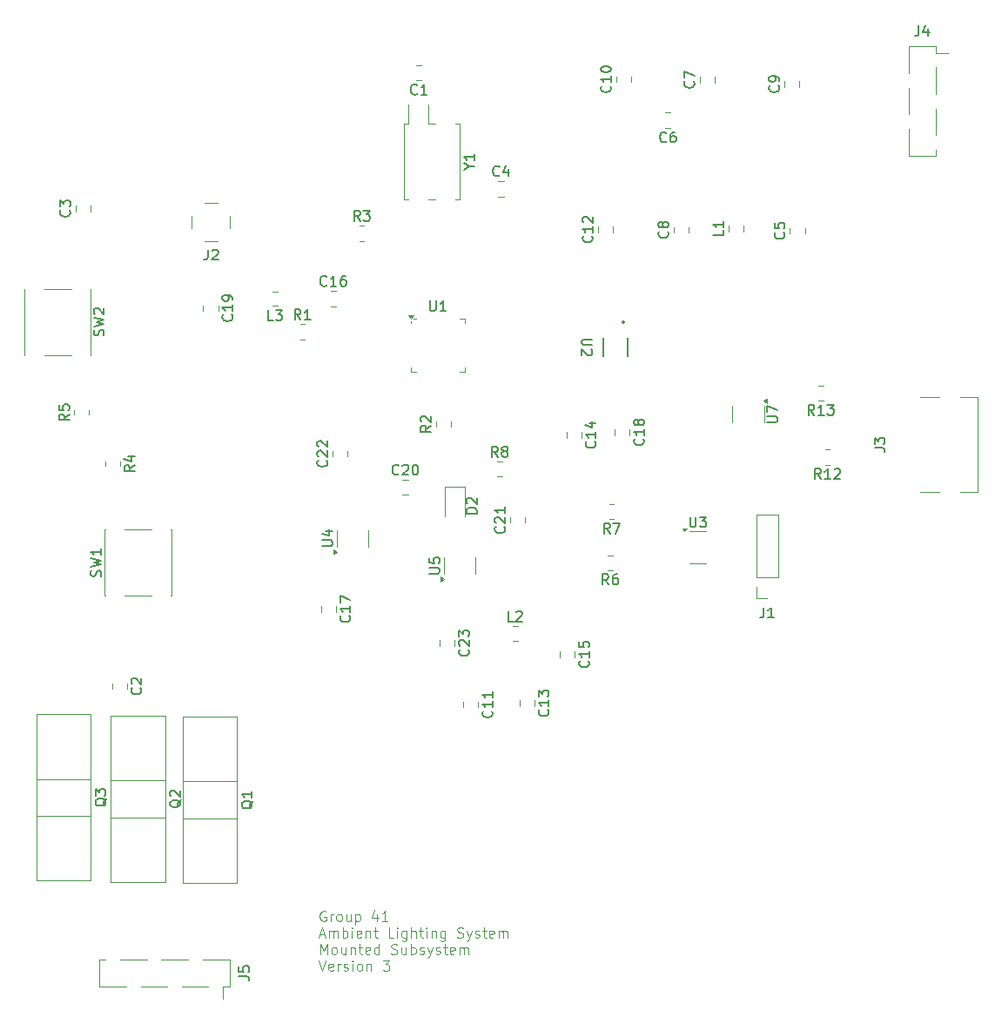
<source format=gbr>
%TF.GenerationSoftware,KiCad,Pcbnew,8.0.4*%
%TF.CreationDate,2024-11-14T20:51:04-06:00*%
%TF.ProjectId,mounted_system,6d6f756e-7465-4645-9f73-797374656d2e,rev?*%
%TF.SameCoordinates,Original*%
%TF.FileFunction,Legend,Top*%
%TF.FilePolarity,Positive*%
%FSLAX46Y46*%
G04 Gerber Fmt 4.6, Leading zero omitted, Abs format (unit mm)*
G04 Created by KiCad (PCBNEW 8.0.4) date 2024-11-14 20:51:04*
%MOMM*%
%LPD*%
G01*
G04 APERTURE LIST*
%ADD10C,0.100000*%
%ADD11C,0.150000*%
%ADD12C,0.120000*%
%ADD13C,0.152400*%
G04 APERTURE END LIST*
D10*
X74827693Y-115090206D02*
X74732455Y-115042587D01*
X74732455Y-115042587D02*
X74589598Y-115042587D01*
X74589598Y-115042587D02*
X74446741Y-115090206D01*
X74446741Y-115090206D02*
X74351503Y-115185444D01*
X74351503Y-115185444D02*
X74303884Y-115280682D01*
X74303884Y-115280682D02*
X74256265Y-115471158D01*
X74256265Y-115471158D02*
X74256265Y-115614015D01*
X74256265Y-115614015D02*
X74303884Y-115804491D01*
X74303884Y-115804491D02*
X74351503Y-115899729D01*
X74351503Y-115899729D02*
X74446741Y-115994968D01*
X74446741Y-115994968D02*
X74589598Y-116042587D01*
X74589598Y-116042587D02*
X74684836Y-116042587D01*
X74684836Y-116042587D02*
X74827693Y-115994968D01*
X74827693Y-115994968D02*
X74875312Y-115947348D01*
X74875312Y-115947348D02*
X74875312Y-115614015D01*
X74875312Y-115614015D02*
X74684836Y-115614015D01*
X75303884Y-116042587D02*
X75303884Y-115375920D01*
X75303884Y-115566396D02*
X75351503Y-115471158D01*
X75351503Y-115471158D02*
X75399122Y-115423539D01*
X75399122Y-115423539D02*
X75494360Y-115375920D01*
X75494360Y-115375920D02*
X75589598Y-115375920D01*
X76065789Y-116042587D02*
X75970551Y-115994968D01*
X75970551Y-115994968D02*
X75922932Y-115947348D01*
X75922932Y-115947348D02*
X75875313Y-115852110D01*
X75875313Y-115852110D02*
X75875313Y-115566396D01*
X75875313Y-115566396D02*
X75922932Y-115471158D01*
X75922932Y-115471158D02*
X75970551Y-115423539D01*
X75970551Y-115423539D02*
X76065789Y-115375920D01*
X76065789Y-115375920D02*
X76208646Y-115375920D01*
X76208646Y-115375920D02*
X76303884Y-115423539D01*
X76303884Y-115423539D02*
X76351503Y-115471158D01*
X76351503Y-115471158D02*
X76399122Y-115566396D01*
X76399122Y-115566396D02*
X76399122Y-115852110D01*
X76399122Y-115852110D02*
X76351503Y-115947348D01*
X76351503Y-115947348D02*
X76303884Y-115994968D01*
X76303884Y-115994968D02*
X76208646Y-116042587D01*
X76208646Y-116042587D02*
X76065789Y-116042587D01*
X77256265Y-115375920D02*
X77256265Y-116042587D01*
X76827694Y-115375920D02*
X76827694Y-115899729D01*
X76827694Y-115899729D02*
X76875313Y-115994968D01*
X76875313Y-115994968D02*
X76970551Y-116042587D01*
X76970551Y-116042587D02*
X77113408Y-116042587D01*
X77113408Y-116042587D02*
X77208646Y-115994968D01*
X77208646Y-115994968D02*
X77256265Y-115947348D01*
X77732456Y-115375920D02*
X77732456Y-116375920D01*
X77732456Y-115423539D02*
X77827694Y-115375920D01*
X77827694Y-115375920D02*
X78018170Y-115375920D01*
X78018170Y-115375920D02*
X78113408Y-115423539D01*
X78113408Y-115423539D02*
X78161027Y-115471158D01*
X78161027Y-115471158D02*
X78208646Y-115566396D01*
X78208646Y-115566396D02*
X78208646Y-115852110D01*
X78208646Y-115852110D02*
X78161027Y-115947348D01*
X78161027Y-115947348D02*
X78113408Y-115994968D01*
X78113408Y-115994968D02*
X78018170Y-116042587D01*
X78018170Y-116042587D02*
X77827694Y-116042587D01*
X77827694Y-116042587D02*
X77732456Y-115994968D01*
X79827694Y-115375920D02*
X79827694Y-116042587D01*
X79589599Y-114994968D02*
X79351504Y-115709253D01*
X79351504Y-115709253D02*
X79970551Y-115709253D01*
X80875313Y-116042587D02*
X80303885Y-116042587D01*
X80589599Y-116042587D02*
X80589599Y-115042587D01*
X80589599Y-115042587D02*
X80494361Y-115185444D01*
X80494361Y-115185444D02*
X80399123Y-115280682D01*
X80399123Y-115280682D02*
X80303885Y-115328301D01*
X74256265Y-117366816D02*
X74732455Y-117366816D01*
X74161027Y-117652531D02*
X74494360Y-116652531D01*
X74494360Y-116652531D02*
X74827693Y-117652531D01*
X75161027Y-117652531D02*
X75161027Y-116985864D01*
X75161027Y-117081102D02*
X75208646Y-117033483D01*
X75208646Y-117033483D02*
X75303884Y-116985864D01*
X75303884Y-116985864D02*
X75446741Y-116985864D01*
X75446741Y-116985864D02*
X75541979Y-117033483D01*
X75541979Y-117033483D02*
X75589598Y-117128721D01*
X75589598Y-117128721D02*
X75589598Y-117652531D01*
X75589598Y-117128721D02*
X75637217Y-117033483D01*
X75637217Y-117033483D02*
X75732455Y-116985864D01*
X75732455Y-116985864D02*
X75875312Y-116985864D01*
X75875312Y-116985864D02*
X75970551Y-117033483D01*
X75970551Y-117033483D02*
X76018170Y-117128721D01*
X76018170Y-117128721D02*
X76018170Y-117652531D01*
X76494360Y-117652531D02*
X76494360Y-116652531D01*
X76494360Y-117033483D02*
X76589598Y-116985864D01*
X76589598Y-116985864D02*
X76780074Y-116985864D01*
X76780074Y-116985864D02*
X76875312Y-117033483D01*
X76875312Y-117033483D02*
X76922931Y-117081102D01*
X76922931Y-117081102D02*
X76970550Y-117176340D01*
X76970550Y-117176340D02*
X76970550Y-117462054D01*
X76970550Y-117462054D02*
X76922931Y-117557292D01*
X76922931Y-117557292D02*
X76875312Y-117604912D01*
X76875312Y-117604912D02*
X76780074Y-117652531D01*
X76780074Y-117652531D02*
X76589598Y-117652531D01*
X76589598Y-117652531D02*
X76494360Y-117604912D01*
X77399122Y-117652531D02*
X77399122Y-116985864D01*
X77399122Y-116652531D02*
X77351503Y-116700150D01*
X77351503Y-116700150D02*
X77399122Y-116747769D01*
X77399122Y-116747769D02*
X77446741Y-116700150D01*
X77446741Y-116700150D02*
X77399122Y-116652531D01*
X77399122Y-116652531D02*
X77399122Y-116747769D01*
X78256264Y-117604912D02*
X78161026Y-117652531D01*
X78161026Y-117652531D02*
X77970550Y-117652531D01*
X77970550Y-117652531D02*
X77875312Y-117604912D01*
X77875312Y-117604912D02*
X77827693Y-117509673D01*
X77827693Y-117509673D02*
X77827693Y-117128721D01*
X77827693Y-117128721D02*
X77875312Y-117033483D01*
X77875312Y-117033483D02*
X77970550Y-116985864D01*
X77970550Y-116985864D02*
X78161026Y-116985864D01*
X78161026Y-116985864D02*
X78256264Y-117033483D01*
X78256264Y-117033483D02*
X78303883Y-117128721D01*
X78303883Y-117128721D02*
X78303883Y-117223959D01*
X78303883Y-117223959D02*
X77827693Y-117319197D01*
X78732455Y-116985864D02*
X78732455Y-117652531D01*
X78732455Y-117081102D02*
X78780074Y-117033483D01*
X78780074Y-117033483D02*
X78875312Y-116985864D01*
X78875312Y-116985864D02*
X79018169Y-116985864D01*
X79018169Y-116985864D02*
X79113407Y-117033483D01*
X79113407Y-117033483D02*
X79161026Y-117128721D01*
X79161026Y-117128721D02*
X79161026Y-117652531D01*
X79494360Y-116985864D02*
X79875312Y-116985864D01*
X79637217Y-116652531D02*
X79637217Y-117509673D01*
X79637217Y-117509673D02*
X79684836Y-117604912D01*
X79684836Y-117604912D02*
X79780074Y-117652531D01*
X79780074Y-117652531D02*
X79875312Y-117652531D01*
X81446741Y-117652531D02*
X80970551Y-117652531D01*
X80970551Y-117652531D02*
X80970551Y-116652531D01*
X81780075Y-117652531D02*
X81780075Y-116985864D01*
X81780075Y-116652531D02*
X81732456Y-116700150D01*
X81732456Y-116700150D02*
X81780075Y-116747769D01*
X81780075Y-116747769D02*
X81827694Y-116700150D01*
X81827694Y-116700150D02*
X81780075Y-116652531D01*
X81780075Y-116652531D02*
X81780075Y-116747769D01*
X82684836Y-116985864D02*
X82684836Y-117795388D01*
X82684836Y-117795388D02*
X82637217Y-117890626D01*
X82637217Y-117890626D02*
X82589598Y-117938245D01*
X82589598Y-117938245D02*
X82494360Y-117985864D01*
X82494360Y-117985864D02*
X82351503Y-117985864D01*
X82351503Y-117985864D02*
X82256265Y-117938245D01*
X82684836Y-117604912D02*
X82589598Y-117652531D01*
X82589598Y-117652531D02*
X82399122Y-117652531D01*
X82399122Y-117652531D02*
X82303884Y-117604912D01*
X82303884Y-117604912D02*
X82256265Y-117557292D01*
X82256265Y-117557292D02*
X82208646Y-117462054D01*
X82208646Y-117462054D02*
X82208646Y-117176340D01*
X82208646Y-117176340D02*
X82256265Y-117081102D01*
X82256265Y-117081102D02*
X82303884Y-117033483D01*
X82303884Y-117033483D02*
X82399122Y-116985864D01*
X82399122Y-116985864D02*
X82589598Y-116985864D01*
X82589598Y-116985864D02*
X82684836Y-117033483D01*
X83161027Y-117652531D02*
X83161027Y-116652531D01*
X83589598Y-117652531D02*
X83589598Y-117128721D01*
X83589598Y-117128721D02*
X83541979Y-117033483D01*
X83541979Y-117033483D02*
X83446741Y-116985864D01*
X83446741Y-116985864D02*
X83303884Y-116985864D01*
X83303884Y-116985864D02*
X83208646Y-117033483D01*
X83208646Y-117033483D02*
X83161027Y-117081102D01*
X83922932Y-116985864D02*
X84303884Y-116985864D01*
X84065789Y-116652531D02*
X84065789Y-117509673D01*
X84065789Y-117509673D02*
X84113408Y-117604912D01*
X84113408Y-117604912D02*
X84208646Y-117652531D01*
X84208646Y-117652531D02*
X84303884Y-117652531D01*
X84637218Y-117652531D02*
X84637218Y-116985864D01*
X84637218Y-116652531D02*
X84589599Y-116700150D01*
X84589599Y-116700150D02*
X84637218Y-116747769D01*
X84637218Y-116747769D02*
X84684837Y-116700150D01*
X84684837Y-116700150D02*
X84637218Y-116652531D01*
X84637218Y-116652531D02*
X84637218Y-116747769D01*
X85113408Y-116985864D02*
X85113408Y-117652531D01*
X85113408Y-117081102D02*
X85161027Y-117033483D01*
X85161027Y-117033483D02*
X85256265Y-116985864D01*
X85256265Y-116985864D02*
X85399122Y-116985864D01*
X85399122Y-116985864D02*
X85494360Y-117033483D01*
X85494360Y-117033483D02*
X85541979Y-117128721D01*
X85541979Y-117128721D02*
X85541979Y-117652531D01*
X86446741Y-116985864D02*
X86446741Y-117795388D01*
X86446741Y-117795388D02*
X86399122Y-117890626D01*
X86399122Y-117890626D02*
X86351503Y-117938245D01*
X86351503Y-117938245D02*
X86256265Y-117985864D01*
X86256265Y-117985864D02*
X86113408Y-117985864D01*
X86113408Y-117985864D02*
X86018170Y-117938245D01*
X86446741Y-117604912D02*
X86351503Y-117652531D01*
X86351503Y-117652531D02*
X86161027Y-117652531D01*
X86161027Y-117652531D02*
X86065789Y-117604912D01*
X86065789Y-117604912D02*
X86018170Y-117557292D01*
X86018170Y-117557292D02*
X85970551Y-117462054D01*
X85970551Y-117462054D02*
X85970551Y-117176340D01*
X85970551Y-117176340D02*
X86018170Y-117081102D01*
X86018170Y-117081102D02*
X86065789Y-117033483D01*
X86065789Y-117033483D02*
X86161027Y-116985864D01*
X86161027Y-116985864D02*
X86351503Y-116985864D01*
X86351503Y-116985864D02*
X86446741Y-117033483D01*
X87637218Y-117604912D02*
X87780075Y-117652531D01*
X87780075Y-117652531D02*
X88018170Y-117652531D01*
X88018170Y-117652531D02*
X88113408Y-117604912D01*
X88113408Y-117604912D02*
X88161027Y-117557292D01*
X88161027Y-117557292D02*
X88208646Y-117462054D01*
X88208646Y-117462054D02*
X88208646Y-117366816D01*
X88208646Y-117366816D02*
X88161027Y-117271578D01*
X88161027Y-117271578D02*
X88113408Y-117223959D01*
X88113408Y-117223959D02*
X88018170Y-117176340D01*
X88018170Y-117176340D02*
X87827694Y-117128721D01*
X87827694Y-117128721D02*
X87732456Y-117081102D01*
X87732456Y-117081102D02*
X87684837Y-117033483D01*
X87684837Y-117033483D02*
X87637218Y-116938245D01*
X87637218Y-116938245D02*
X87637218Y-116843007D01*
X87637218Y-116843007D02*
X87684837Y-116747769D01*
X87684837Y-116747769D02*
X87732456Y-116700150D01*
X87732456Y-116700150D02*
X87827694Y-116652531D01*
X87827694Y-116652531D02*
X88065789Y-116652531D01*
X88065789Y-116652531D02*
X88208646Y-116700150D01*
X88541980Y-116985864D02*
X88780075Y-117652531D01*
X89018170Y-116985864D02*
X88780075Y-117652531D01*
X88780075Y-117652531D02*
X88684837Y-117890626D01*
X88684837Y-117890626D02*
X88637218Y-117938245D01*
X88637218Y-117938245D02*
X88541980Y-117985864D01*
X89351504Y-117604912D02*
X89446742Y-117652531D01*
X89446742Y-117652531D02*
X89637218Y-117652531D01*
X89637218Y-117652531D02*
X89732456Y-117604912D01*
X89732456Y-117604912D02*
X89780075Y-117509673D01*
X89780075Y-117509673D02*
X89780075Y-117462054D01*
X89780075Y-117462054D02*
X89732456Y-117366816D01*
X89732456Y-117366816D02*
X89637218Y-117319197D01*
X89637218Y-117319197D02*
X89494361Y-117319197D01*
X89494361Y-117319197D02*
X89399123Y-117271578D01*
X89399123Y-117271578D02*
X89351504Y-117176340D01*
X89351504Y-117176340D02*
X89351504Y-117128721D01*
X89351504Y-117128721D02*
X89399123Y-117033483D01*
X89399123Y-117033483D02*
X89494361Y-116985864D01*
X89494361Y-116985864D02*
X89637218Y-116985864D01*
X89637218Y-116985864D02*
X89732456Y-117033483D01*
X90065790Y-116985864D02*
X90446742Y-116985864D01*
X90208647Y-116652531D02*
X90208647Y-117509673D01*
X90208647Y-117509673D02*
X90256266Y-117604912D01*
X90256266Y-117604912D02*
X90351504Y-117652531D01*
X90351504Y-117652531D02*
X90446742Y-117652531D01*
X91161028Y-117604912D02*
X91065790Y-117652531D01*
X91065790Y-117652531D02*
X90875314Y-117652531D01*
X90875314Y-117652531D02*
X90780076Y-117604912D01*
X90780076Y-117604912D02*
X90732457Y-117509673D01*
X90732457Y-117509673D02*
X90732457Y-117128721D01*
X90732457Y-117128721D02*
X90780076Y-117033483D01*
X90780076Y-117033483D02*
X90875314Y-116985864D01*
X90875314Y-116985864D02*
X91065790Y-116985864D01*
X91065790Y-116985864D02*
X91161028Y-117033483D01*
X91161028Y-117033483D02*
X91208647Y-117128721D01*
X91208647Y-117128721D02*
X91208647Y-117223959D01*
X91208647Y-117223959D02*
X90732457Y-117319197D01*
X91637219Y-117652531D02*
X91637219Y-116985864D01*
X91637219Y-117081102D02*
X91684838Y-117033483D01*
X91684838Y-117033483D02*
X91780076Y-116985864D01*
X91780076Y-116985864D02*
X91922933Y-116985864D01*
X91922933Y-116985864D02*
X92018171Y-117033483D01*
X92018171Y-117033483D02*
X92065790Y-117128721D01*
X92065790Y-117128721D02*
X92065790Y-117652531D01*
X92065790Y-117128721D02*
X92113409Y-117033483D01*
X92113409Y-117033483D02*
X92208647Y-116985864D01*
X92208647Y-116985864D02*
X92351504Y-116985864D01*
X92351504Y-116985864D02*
X92446743Y-117033483D01*
X92446743Y-117033483D02*
X92494362Y-117128721D01*
X92494362Y-117128721D02*
X92494362Y-117652531D01*
X74303884Y-119262475D02*
X74303884Y-118262475D01*
X74303884Y-118262475D02*
X74637217Y-118976760D01*
X74637217Y-118976760D02*
X74970550Y-118262475D01*
X74970550Y-118262475D02*
X74970550Y-119262475D01*
X75589598Y-119262475D02*
X75494360Y-119214856D01*
X75494360Y-119214856D02*
X75446741Y-119167236D01*
X75446741Y-119167236D02*
X75399122Y-119071998D01*
X75399122Y-119071998D02*
X75399122Y-118786284D01*
X75399122Y-118786284D02*
X75446741Y-118691046D01*
X75446741Y-118691046D02*
X75494360Y-118643427D01*
X75494360Y-118643427D02*
X75589598Y-118595808D01*
X75589598Y-118595808D02*
X75732455Y-118595808D01*
X75732455Y-118595808D02*
X75827693Y-118643427D01*
X75827693Y-118643427D02*
X75875312Y-118691046D01*
X75875312Y-118691046D02*
X75922931Y-118786284D01*
X75922931Y-118786284D02*
X75922931Y-119071998D01*
X75922931Y-119071998D02*
X75875312Y-119167236D01*
X75875312Y-119167236D02*
X75827693Y-119214856D01*
X75827693Y-119214856D02*
X75732455Y-119262475D01*
X75732455Y-119262475D02*
X75589598Y-119262475D01*
X76780074Y-118595808D02*
X76780074Y-119262475D01*
X76351503Y-118595808D02*
X76351503Y-119119617D01*
X76351503Y-119119617D02*
X76399122Y-119214856D01*
X76399122Y-119214856D02*
X76494360Y-119262475D01*
X76494360Y-119262475D02*
X76637217Y-119262475D01*
X76637217Y-119262475D02*
X76732455Y-119214856D01*
X76732455Y-119214856D02*
X76780074Y-119167236D01*
X77256265Y-118595808D02*
X77256265Y-119262475D01*
X77256265Y-118691046D02*
X77303884Y-118643427D01*
X77303884Y-118643427D02*
X77399122Y-118595808D01*
X77399122Y-118595808D02*
X77541979Y-118595808D01*
X77541979Y-118595808D02*
X77637217Y-118643427D01*
X77637217Y-118643427D02*
X77684836Y-118738665D01*
X77684836Y-118738665D02*
X77684836Y-119262475D01*
X78018170Y-118595808D02*
X78399122Y-118595808D01*
X78161027Y-118262475D02*
X78161027Y-119119617D01*
X78161027Y-119119617D02*
X78208646Y-119214856D01*
X78208646Y-119214856D02*
X78303884Y-119262475D01*
X78303884Y-119262475D02*
X78399122Y-119262475D01*
X79113408Y-119214856D02*
X79018170Y-119262475D01*
X79018170Y-119262475D02*
X78827694Y-119262475D01*
X78827694Y-119262475D02*
X78732456Y-119214856D01*
X78732456Y-119214856D02*
X78684837Y-119119617D01*
X78684837Y-119119617D02*
X78684837Y-118738665D01*
X78684837Y-118738665D02*
X78732456Y-118643427D01*
X78732456Y-118643427D02*
X78827694Y-118595808D01*
X78827694Y-118595808D02*
X79018170Y-118595808D01*
X79018170Y-118595808D02*
X79113408Y-118643427D01*
X79113408Y-118643427D02*
X79161027Y-118738665D01*
X79161027Y-118738665D02*
X79161027Y-118833903D01*
X79161027Y-118833903D02*
X78684837Y-118929141D01*
X80018170Y-119262475D02*
X80018170Y-118262475D01*
X80018170Y-119214856D02*
X79922932Y-119262475D01*
X79922932Y-119262475D02*
X79732456Y-119262475D01*
X79732456Y-119262475D02*
X79637218Y-119214856D01*
X79637218Y-119214856D02*
X79589599Y-119167236D01*
X79589599Y-119167236D02*
X79541980Y-119071998D01*
X79541980Y-119071998D02*
X79541980Y-118786284D01*
X79541980Y-118786284D02*
X79589599Y-118691046D01*
X79589599Y-118691046D02*
X79637218Y-118643427D01*
X79637218Y-118643427D02*
X79732456Y-118595808D01*
X79732456Y-118595808D02*
X79922932Y-118595808D01*
X79922932Y-118595808D02*
X80018170Y-118643427D01*
X81208647Y-119214856D02*
X81351504Y-119262475D01*
X81351504Y-119262475D02*
X81589599Y-119262475D01*
X81589599Y-119262475D02*
X81684837Y-119214856D01*
X81684837Y-119214856D02*
X81732456Y-119167236D01*
X81732456Y-119167236D02*
X81780075Y-119071998D01*
X81780075Y-119071998D02*
X81780075Y-118976760D01*
X81780075Y-118976760D02*
X81732456Y-118881522D01*
X81732456Y-118881522D02*
X81684837Y-118833903D01*
X81684837Y-118833903D02*
X81589599Y-118786284D01*
X81589599Y-118786284D02*
X81399123Y-118738665D01*
X81399123Y-118738665D02*
X81303885Y-118691046D01*
X81303885Y-118691046D02*
X81256266Y-118643427D01*
X81256266Y-118643427D02*
X81208647Y-118548189D01*
X81208647Y-118548189D02*
X81208647Y-118452951D01*
X81208647Y-118452951D02*
X81256266Y-118357713D01*
X81256266Y-118357713D02*
X81303885Y-118310094D01*
X81303885Y-118310094D02*
X81399123Y-118262475D01*
X81399123Y-118262475D02*
X81637218Y-118262475D01*
X81637218Y-118262475D02*
X81780075Y-118310094D01*
X82637218Y-118595808D02*
X82637218Y-119262475D01*
X82208647Y-118595808D02*
X82208647Y-119119617D01*
X82208647Y-119119617D02*
X82256266Y-119214856D01*
X82256266Y-119214856D02*
X82351504Y-119262475D01*
X82351504Y-119262475D02*
X82494361Y-119262475D01*
X82494361Y-119262475D02*
X82589599Y-119214856D01*
X82589599Y-119214856D02*
X82637218Y-119167236D01*
X83113409Y-119262475D02*
X83113409Y-118262475D01*
X83113409Y-118643427D02*
X83208647Y-118595808D01*
X83208647Y-118595808D02*
X83399123Y-118595808D01*
X83399123Y-118595808D02*
X83494361Y-118643427D01*
X83494361Y-118643427D02*
X83541980Y-118691046D01*
X83541980Y-118691046D02*
X83589599Y-118786284D01*
X83589599Y-118786284D02*
X83589599Y-119071998D01*
X83589599Y-119071998D02*
X83541980Y-119167236D01*
X83541980Y-119167236D02*
X83494361Y-119214856D01*
X83494361Y-119214856D02*
X83399123Y-119262475D01*
X83399123Y-119262475D02*
X83208647Y-119262475D01*
X83208647Y-119262475D02*
X83113409Y-119214856D01*
X83970552Y-119214856D02*
X84065790Y-119262475D01*
X84065790Y-119262475D02*
X84256266Y-119262475D01*
X84256266Y-119262475D02*
X84351504Y-119214856D01*
X84351504Y-119214856D02*
X84399123Y-119119617D01*
X84399123Y-119119617D02*
X84399123Y-119071998D01*
X84399123Y-119071998D02*
X84351504Y-118976760D01*
X84351504Y-118976760D02*
X84256266Y-118929141D01*
X84256266Y-118929141D02*
X84113409Y-118929141D01*
X84113409Y-118929141D02*
X84018171Y-118881522D01*
X84018171Y-118881522D02*
X83970552Y-118786284D01*
X83970552Y-118786284D02*
X83970552Y-118738665D01*
X83970552Y-118738665D02*
X84018171Y-118643427D01*
X84018171Y-118643427D02*
X84113409Y-118595808D01*
X84113409Y-118595808D02*
X84256266Y-118595808D01*
X84256266Y-118595808D02*
X84351504Y-118643427D01*
X84732457Y-118595808D02*
X84970552Y-119262475D01*
X85208647Y-118595808D02*
X84970552Y-119262475D01*
X84970552Y-119262475D02*
X84875314Y-119500570D01*
X84875314Y-119500570D02*
X84827695Y-119548189D01*
X84827695Y-119548189D02*
X84732457Y-119595808D01*
X85541981Y-119214856D02*
X85637219Y-119262475D01*
X85637219Y-119262475D02*
X85827695Y-119262475D01*
X85827695Y-119262475D02*
X85922933Y-119214856D01*
X85922933Y-119214856D02*
X85970552Y-119119617D01*
X85970552Y-119119617D02*
X85970552Y-119071998D01*
X85970552Y-119071998D02*
X85922933Y-118976760D01*
X85922933Y-118976760D02*
X85827695Y-118929141D01*
X85827695Y-118929141D02*
X85684838Y-118929141D01*
X85684838Y-118929141D02*
X85589600Y-118881522D01*
X85589600Y-118881522D02*
X85541981Y-118786284D01*
X85541981Y-118786284D02*
X85541981Y-118738665D01*
X85541981Y-118738665D02*
X85589600Y-118643427D01*
X85589600Y-118643427D02*
X85684838Y-118595808D01*
X85684838Y-118595808D02*
X85827695Y-118595808D01*
X85827695Y-118595808D02*
X85922933Y-118643427D01*
X86256267Y-118595808D02*
X86637219Y-118595808D01*
X86399124Y-118262475D02*
X86399124Y-119119617D01*
X86399124Y-119119617D02*
X86446743Y-119214856D01*
X86446743Y-119214856D02*
X86541981Y-119262475D01*
X86541981Y-119262475D02*
X86637219Y-119262475D01*
X87351505Y-119214856D02*
X87256267Y-119262475D01*
X87256267Y-119262475D02*
X87065791Y-119262475D01*
X87065791Y-119262475D02*
X86970553Y-119214856D01*
X86970553Y-119214856D02*
X86922934Y-119119617D01*
X86922934Y-119119617D02*
X86922934Y-118738665D01*
X86922934Y-118738665D02*
X86970553Y-118643427D01*
X86970553Y-118643427D02*
X87065791Y-118595808D01*
X87065791Y-118595808D02*
X87256267Y-118595808D01*
X87256267Y-118595808D02*
X87351505Y-118643427D01*
X87351505Y-118643427D02*
X87399124Y-118738665D01*
X87399124Y-118738665D02*
X87399124Y-118833903D01*
X87399124Y-118833903D02*
X86922934Y-118929141D01*
X87827696Y-119262475D02*
X87827696Y-118595808D01*
X87827696Y-118691046D02*
X87875315Y-118643427D01*
X87875315Y-118643427D02*
X87970553Y-118595808D01*
X87970553Y-118595808D02*
X88113410Y-118595808D01*
X88113410Y-118595808D02*
X88208648Y-118643427D01*
X88208648Y-118643427D02*
X88256267Y-118738665D01*
X88256267Y-118738665D02*
X88256267Y-119262475D01*
X88256267Y-118738665D02*
X88303886Y-118643427D01*
X88303886Y-118643427D02*
X88399124Y-118595808D01*
X88399124Y-118595808D02*
X88541981Y-118595808D01*
X88541981Y-118595808D02*
X88637220Y-118643427D01*
X88637220Y-118643427D02*
X88684839Y-118738665D01*
X88684839Y-118738665D02*
X88684839Y-119262475D01*
X74161027Y-119872419D02*
X74494360Y-120872419D01*
X74494360Y-120872419D02*
X74827693Y-119872419D01*
X75541979Y-120824800D02*
X75446741Y-120872419D01*
X75446741Y-120872419D02*
X75256265Y-120872419D01*
X75256265Y-120872419D02*
X75161027Y-120824800D01*
X75161027Y-120824800D02*
X75113408Y-120729561D01*
X75113408Y-120729561D02*
X75113408Y-120348609D01*
X75113408Y-120348609D02*
X75161027Y-120253371D01*
X75161027Y-120253371D02*
X75256265Y-120205752D01*
X75256265Y-120205752D02*
X75446741Y-120205752D01*
X75446741Y-120205752D02*
X75541979Y-120253371D01*
X75541979Y-120253371D02*
X75589598Y-120348609D01*
X75589598Y-120348609D02*
X75589598Y-120443847D01*
X75589598Y-120443847D02*
X75113408Y-120539085D01*
X76018170Y-120872419D02*
X76018170Y-120205752D01*
X76018170Y-120396228D02*
X76065789Y-120300990D01*
X76065789Y-120300990D02*
X76113408Y-120253371D01*
X76113408Y-120253371D02*
X76208646Y-120205752D01*
X76208646Y-120205752D02*
X76303884Y-120205752D01*
X76589599Y-120824800D02*
X76684837Y-120872419D01*
X76684837Y-120872419D02*
X76875313Y-120872419D01*
X76875313Y-120872419D02*
X76970551Y-120824800D01*
X76970551Y-120824800D02*
X77018170Y-120729561D01*
X77018170Y-120729561D02*
X77018170Y-120681942D01*
X77018170Y-120681942D02*
X76970551Y-120586704D01*
X76970551Y-120586704D02*
X76875313Y-120539085D01*
X76875313Y-120539085D02*
X76732456Y-120539085D01*
X76732456Y-120539085D02*
X76637218Y-120491466D01*
X76637218Y-120491466D02*
X76589599Y-120396228D01*
X76589599Y-120396228D02*
X76589599Y-120348609D01*
X76589599Y-120348609D02*
X76637218Y-120253371D01*
X76637218Y-120253371D02*
X76732456Y-120205752D01*
X76732456Y-120205752D02*
X76875313Y-120205752D01*
X76875313Y-120205752D02*
X76970551Y-120253371D01*
X77446742Y-120872419D02*
X77446742Y-120205752D01*
X77446742Y-119872419D02*
X77399123Y-119920038D01*
X77399123Y-119920038D02*
X77446742Y-119967657D01*
X77446742Y-119967657D02*
X77494361Y-119920038D01*
X77494361Y-119920038D02*
X77446742Y-119872419D01*
X77446742Y-119872419D02*
X77446742Y-119967657D01*
X78065789Y-120872419D02*
X77970551Y-120824800D01*
X77970551Y-120824800D02*
X77922932Y-120777180D01*
X77922932Y-120777180D02*
X77875313Y-120681942D01*
X77875313Y-120681942D02*
X77875313Y-120396228D01*
X77875313Y-120396228D02*
X77922932Y-120300990D01*
X77922932Y-120300990D02*
X77970551Y-120253371D01*
X77970551Y-120253371D02*
X78065789Y-120205752D01*
X78065789Y-120205752D02*
X78208646Y-120205752D01*
X78208646Y-120205752D02*
X78303884Y-120253371D01*
X78303884Y-120253371D02*
X78351503Y-120300990D01*
X78351503Y-120300990D02*
X78399122Y-120396228D01*
X78399122Y-120396228D02*
X78399122Y-120681942D01*
X78399122Y-120681942D02*
X78351503Y-120777180D01*
X78351503Y-120777180D02*
X78303884Y-120824800D01*
X78303884Y-120824800D02*
X78208646Y-120872419D01*
X78208646Y-120872419D02*
X78065789Y-120872419D01*
X78827694Y-120205752D02*
X78827694Y-120872419D01*
X78827694Y-120300990D02*
X78875313Y-120253371D01*
X78875313Y-120253371D02*
X78970551Y-120205752D01*
X78970551Y-120205752D02*
X79113408Y-120205752D01*
X79113408Y-120205752D02*
X79208646Y-120253371D01*
X79208646Y-120253371D02*
X79256265Y-120348609D01*
X79256265Y-120348609D02*
X79256265Y-120872419D01*
X80399123Y-119872419D02*
X81018170Y-119872419D01*
X81018170Y-119872419D02*
X80684837Y-120253371D01*
X80684837Y-120253371D02*
X80827694Y-120253371D01*
X80827694Y-120253371D02*
X80922932Y-120300990D01*
X80922932Y-120300990D02*
X80970551Y-120348609D01*
X80970551Y-120348609D02*
X81018170Y-120443847D01*
X81018170Y-120443847D02*
X81018170Y-120681942D01*
X81018170Y-120681942D02*
X80970551Y-120777180D01*
X80970551Y-120777180D02*
X80922932Y-120824800D01*
X80922932Y-120824800D02*
X80827694Y-120872419D01*
X80827694Y-120872419D02*
X80541980Y-120872419D01*
X80541980Y-120872419D02*
X80446742Y-120824800D01*
X80446742Y-120824800D02*
X80399123Y-120777180D01*
D11*
X107955333Y-40223580D02*
X107907714Y-40271200D01*
X107907714Y-40271200D02*
X107764857Y-40318819D01*
X107764857Y-40318819D02*
X107669619Y-40318819D01*
X107669619Y-40318819D02*
X107526762Y-40271200D01*
X107526762Y-40271200D02*
X107431524Y-40175961D01*
X107431524Y-40175961D02*
X107383905Y-40080723D01*
X107383905Y-40080723D02*
X107336286Y-39890247D01*
X107336286Y-39890247D02*
X107336286Y-39747390D01*
X107336286Y-39747390D02*
X107383905Y-39556914D01*
X107383905Y-39556914D02*
X107431524Y-39461676D01*
X107431524Y-39461676D02*
X107526762Y-39366438D01*
X107526762Y-39366438D02*
X107669619Y-39318819D01*
X107669619Y-39318819D02*
X107764857Y-39318819D01*
X107764857Y-39318819D02*
X107907714Y-39366438D01*
X107907714Y-39366438D02*
X107955333Y-39414057D01*
X108812476Y-39318819D02*
X108622000Y-39318819D01*
X108622000Y-39318819D02*
X108526762Y-39366438D01*
X108526762Y-39366438D02*
X108479143Y-39414057D01*
X108479143Y-39414057D02*
X108383905Y-39556914D01*
X108383905Y-39556914D02*
X108336286Y-39747390D01*
X108336286Y-39747390D02*
X108336286Y-40128342D01*
X108336286Y-40128342D02*
X108383905Y-40223580D01*
X108383905Y-40223580D02*
X108431524Y-40271200D01*
X108431524Y-40271200D02*
X108526762Y-40318819D01*
X108526762Y-40318819D02*
X108717238Y-40318819D01*
X108717238Y-40318819D02*
X108812476Y-40271200D01*
X108812476Y-40271200D02*
X108860095Y-40223580D01*
X108860095Y-40223580D02*
X108907714Y-40128342D01*
X108907714Y-40128342D02*
X108907714Y-39890247D01*
X108907714Y-39890247D02*
X108860095Y-39795009D01*
X108860095Y-39795009D02*
X108812476Y-39747390D01*
X108812476Y-39747390D02*
X108717238Y-39699771D01*
X108717238Y-39699771D02*
X108526762Y-39699771D01*
X108526762Y-39699771D02*
X108431524Y-39747390D01*
X108431524Y-39747390D02*
X108383905Y-39795009D01*
X108383905Y-39795009D02*
X108336286Y-39890247D01*
X53225200Y-59118332D02*
X53272819Y-58975475D01*
X53272819Y-58975475D02*
X53272819Y-58737380D01*
X53272819Y-58737380D02*
X53225200Y-58642142D01*
X53225200Y-58642142D02*
X53177580Y-58594523D01*
X53177580Y-58594523D02*
X53082342Y-58546904D01*
X53082342Y-58546904D02*
X52987104Y-58546904D01*
X52987104Y-58546904D02*
X52891866Y-58594523D01*
X52891866Y-58594523D02*
X52844247Y-58642142D01*
X52844247Y-58642142D02*
X52796628Y-58737380D01*
X52796628Y-58737380D02*
X52749009Y-58927856D01*
X52749009Y-58927856D02*
X52701390Y-59023094D01*
X52701390Y-59023094D02*
X52653771Y-59070713D01*
X52653771Y-59070713D02*
X52558533Y-59118332D01*
X52558533Y-59118332D02*
X52463295Y-59118332D01*
X52463295Y-59118332D02*
X52368057Y-59070713D01*
X52368057Y-59070713D02*
X52320438Y-59023094D01*
X52320438Y-59023094D02*
X52272819Y-58927856D01*
X52272819Y-58927856D02*
X52272819Y-58689761D01*
X52272819Y-58689761D02*
X52320438Y-58546904D01*
X52272819Y-58213570D02*
X53272819Y-57975475D01*
X53272819Y-57975475D02*
X52558533Y-57784999D01*
X52558533Y-57784999D02*
X53272819Y-57594523D01*
X53272819Y-57594523D02*
X52272819Y-57356428D01*
X52368057Y-57023094D02*
X52320438Y-56975475D01*
X52320438Y-56975475D02*
X52272819Y-56880237D01*
X52272819Y-56880237D02*
X52272819Y-56642142D01*
X52272819Y-56642142D02*
X52320438Y-56546904D01*
X52320438Y-56546904D02*
X52368057Y-56499285D01*
X52368057Y-56499285D02*
X52463295Y-56451666D01*
X52463295Y-56451666D02*
X52558533Y-56451666D01*
X52558533Y-56451666D02*
X52701390Y-56499285D01*
X52701390Y-56499285D02*
X53272819Y-57070713D01*
X53272819Y-57070713D02*
X53272819Y-56451666D01*
X122980142Y-73054819D02*
X122646809Y-72578628D01*
X122408714Y-73054819D02*
X122408714Y-72054819D01*
X122408714Y-72054819D02*
X122789666Y-72054819D01*
X122789666Y-72054819D02*
X122884904Y-72102438D01*
X122884904Y-72102438D02*
X122932523Y-72150057D01*
X122932523Y-72150057D02*
X122980142Y-72245295D01*
X122980142Y-72245295D02*
X122980142Y-72388152D01*
X122980142Y-72388152D02*
X122932523Y-72483390D01*
X122932523Y-72483390D02*
X122884904Y-72531009D01*
X122884904Y-72531009D02*
X122789666Y-72578628D01*
X122789666Y-72578628D02*
X122408714Y-72578628D01*
X123932523Y-73054819D02*
X123361095Y-73054819D01*
X123646809Y-73054819D02*
X123646809Y-72054819D01*
X123646809Y-72054819D02*
X123551571Y-72197676D01*
X123551571Y-72197676D02*
X123456333Y-72292914D01*
X123456333Y-72292914D02*
X123361095Y-72340533D01*
X124313476Y-72150057D02*
X124361095Y-72102438D01*
X124361095Y-72102438D02*
X124456333Y-72054819D01*
X124456333Y-72054819D02*
X124694428Y-72054819D01*
X124694428Y-72054819D02*
X124789666Y-72102438D01*
X124789666Y-72102438D02*
X124837285Y-72150057D01*
X124837285Y-72150057D02*
X124884904Y-72245295D01*
X124884904Y-72245295D02*
X124884904Y-72340533D01*
X124884904Y-72340533D02*
X124837285Y-72483390D01*
X124837285Y-72483390D02*
X124265857Y-73054819D01*
X124265857Y-73054819D02*
X124884904Y-73054819D01*
X89516819Y-76407094D02*
X88516819Y-76407094D01*
X88516819Y-76407094D02*
X88516819Y-76168999D01*
X88516819Y-76168999D02*
X88564438Y-76026142D01*
X88564438Y-76026142D02*
X88659676Y-75930904D01*
X88659676Y-75930904D02*
X88754914Y-75883285D01*
X88754914Y-75883285D02*
X88945390Y-75835666D01*
X88945390Y-75835666D02*
X89088247Y-75835666D01*
X89088247Y-75835666D02*
X89278723Y-75883285D01*
X89278723Y-75883285D02*
X89373961Y-75930904D01*
X89373961Y-75930904D02*
X89469200Y-76026142D01*
X89469200Y-76026142D02*
X89516819Y-76168999D01*
X89516819Y-76168999D02*
X89516819Y-76407094D01*
X88612057Y-75454713D02*
X88564438Y-75407094D01*
X88564438Y-75407094D02*
X88516819Y-75311856D01*
X88516819Y-75311856D02*
X88516819Y-75073761D01*
X88516819Y-75073761D02*
X88564438Y-74978523D01*
X88564438Y-74978523D02*
X88612057Y-74930904D01*
X88612057Y-74930904D02*
X88707295Y-74883285D01*
X88707295Y-74883285D02*
X88802533Y-74883285D01*
X88802533Y-74883285D02*
X88945390Y-74930904D01*
X88945390Y-74930904D02*
X89516819Y-75502332D01*
X89516819Y-75502332D02*
X89516819Y-74883285D01*
X102342333Y-83309819D02*
X102009000Y-82833628D01*
X101770905Y-83309819D02*
X101770905Y-82309819D01*
X101770905Y-82309819D02*
X102151857Y-82309819D01*
X102151857Y-82309819D02*
X102247095Y-82357438D01*
X102247095Y-82357438D02*
X102294714Y-82405057D01*
X102294714Y-82405057D02*
X102342333Y-82500295D01*
X102342333Y-82500295D02*
X102342333Y-82643152D01*
X102342333Y-82643152D02*
X102294714Y-82738390D01*
X102294714Y-82738390D02*
X102247095Y-82786009D01*
X102247095Y-82786009D02*
X102151857Y-82833628D01*
X102151857Y-82833628D02*
X101770905Y-82833628D01*
X103199476Y-82309819D02*
X103009000Y-82309819D01*
X103009000Y-82309819D02*
X102913762Y-82357438D01*
X102913762Y-82357438D02*
X102866143Y-82405057D01*
X102866143Y-82405057D02*
X102770905Y-82547914D01*
X102770905Y-82547914D02*
X102723286Y-82738390D01*
X102723286Y-82738390D02*
X102723286Y-83119342D01*
X102723286Y-83119342D02*
X102770905Y-83214580D01*
X102770905Y-83214580D02*
X102818524Y-83262200D01*
X102818524Y-83262200D02*
X102913762Y-83309819D01*
X102913762Y-83309819D02*
X103104238Y-83309819D01*
X103104238Y-83309819D02*
X103199476Y-83262200D01*
X103199476Y-83262200D02*
X103247095Y-83214580D01*
X103247095Y-83214580D02*
X103294714Y-83119342D01*
X103294714Y-83119342D02*
X103294714Y-82881247D01*
X103294714Y-82881247D02*
X103247095Y-82786009D01*
X103247095Y-82786009D02*
X103199476Y-82738390D01*
X103199476Y-82738390D02*
X103104238Y-82690771D01*
X103104238Y-82690771D02*
X102913762Y-82690771D01*
X102913762Y-82690771D02*
X102818524Y-82738390D01*
X102818524Y-82738390D02*
X102770905Y-82786009D01*
X102770905Y-82786009D02*
X102723286Y-82881247D01*
X56242819Y-71735666D02*
X55766628Y-72068999D01*
X56242819Y-72307094D02*
X55242819Y-72307094D01*
X55242819Y-72307094D02*
X55242819Y-71926142D01*
X55242819Y-71926142D02*
X55290438Y-71830904D01*
X55290438Y-71830904D02*
X55338057Y-71783285D01*
X55338057Y-71783285D02*
X55433295Y-71735666D01*
X55433295Y-71735666D02*
X55576152Y-71735666D01*
X55576152Y-71735666D02*
X55671390Y-71783285D01*
X55671390Y-71783285D02*
X55719009Y-71830904D01*
X55719009Y-71830904D02*
X55766628Y-71926142D01*
X55766628Y-71926142D02*
X55766628Y-72307094D01*
X55576152Y-70878523D02*
X56242819Y-70878523D01*
X55195200Y-71116618D02*
X55909485Y-71354713D01*
X55909485Y-71354713D02*
X55909485Y-70735666D01*
X110602580Y-34392166D02*
X110650200Y-34439785D01*
X110650200Y-34439785D02*
X110697819Y-34582642D01*
X110697819Y-34582642D02*
X110697819Y-34677880D01*
X110697819Y-34677880D02*
X110650200Y-34820737D01*
X110650200Y-34820737D02*
X110554961Y-34915975D01*
X110554961Y-34915975D02*
X110459723Y-34963594D01*
X110459723Y-34963594D02*
X110269247Y-35011213D01*
X110269247Y-35011213D02*
X110126390Y-35011213D01*
X110126390Y-35011213D02*
X109935914Y-34963594D01*
X109935914Y-34963594D02*
X109840676Y-34915975D01*
X109840676Y-34915975D02*
X109745438Y-34820737D01*
X109745438Y-34820737D02*
X109697819Y-34677880D01*
X109697819Y-34677880D02*
X109697819Y-34582642D01*
X109697819Y-34582642D02*
X109745438Y-34439785D01*
X109745438Y-34439785D02*
X109793057Y-34392166D01*
X109697819Y-34058832D02*
X109697819Y-33392166D01*
X109697819Y-33392166D02*
X110697819Y-33820737D01*
X110272095Y-76735819D02*
X110272095Y-77545342D01*
X110272095Y-77545342D02*
X110319714Y-77640580D01*
X110319714Y-77640580D02*
X110367333Y-77688200D01*
X110367333Y-77688200D02*
X110462571Y-77735819D01*
X110462571Y-77735819D02*
X110653047Y-77735819D01*
X110653047Y-77735819D02*
X110748285Y-77688200D01*
X110748285Y-77688200D02*
X110795904Y-77640580D01*
X110795904Y-77640580D02*
X110843523Y-77545342D01*
X110843523Y-77545342D02*
X110843523Y-76735819D01*
X111224476Y-76735819D02*
X111843523Y-76735819D01*
X111843523Y-76735819D02*
X111510190Y-77116771D01*
X111510190Y-77116771D02*
X111653047Y-77116771D01*
X111653047Y-77116771D02*
X111748285Y-77164390D01*
X111748285Y-77164390D02*
X111795904Y-77212009D01*
X111795904Y-77212009D02*
X111843523Y-77307247D01*
X111843523Y-77307247D02*
X111843523Y-77545342D01*
X111843523Y-77545342D02*
X111795904Y-77640580D01*
X111795904Y-77640580D02*
X111748285Y-77688200D01*
X111748285Y-77688200D02*
X111653047Y-77735819D01*
X111653047Y-77735819D02*
X111367333Y-77735819D01*
X111367333Y-77735819D02*
X111272095Y-77688200D01*
X111272095Y-77688200D02*
X111224476Y-77640580D01*
X67754057Y-104351238D02*
X67706438Y-104446476D01*
X67706438Y-104446476D02*
X67611200Y-104541714D01*
X67611200Y-104541714D02*
X67468342Y-104684571D01*
X67468342Y-104684571D02*
X67420723Y-104779809D01*
X67420723Y-104779809D02*
X67420723Y-104875047D01*
X67658819Y-104827428D02*
X67611200Y-104922666D01*
X67611200Y-104922666D02*
X67515961Y-105017904D01*
X67515961Y-105017904D02*
X67325485Y-105065523D01*
X67325485Y-105065523D02*
X66992152Y-105065523D01*
X66992152Y-105065523D02*
X66801676Y-105017904D01*
X66801676Y-105017904D02*
X66706438Y-104922666D01*
X66706438Y-104922666D02*
X66658819Y-104827428D01*
X66658819Y-104827428D02*
X66658819Y-104636952D01*
X66658819Y-104636952D02*
X66706438Y-104541714D01*
X66706438Y-104541714D02*
X66801676Y-104446476D01*
X66801676Y-104446476D02*
X66992152Y-104398857D01*
X66992152Y-104398857D02*
X67325485Y-104398857D01*
X67325485Y-104398857D02*
X67515961Y-104446476D01*
X67515961Y-104446476D02*
X67611200Y-104541714D01*
X67611200Y-104541714D02*
X67658819Y-104636952D01*
X67658819Y-104636952D02*
X67658819Y-104827428D01*
X67658819Y-103446476D02*
X67658819Y-104017904D01*
X67658819Y-103732190D02*
X66658819Y-103732190D01*
X66658819Y-103732190D02*
X66801676Y-103827428D01*
X66801676Y-103827428D02*
X66896914Y-103922666D01*
X66896914Y-103922666D02*
X66944533Y-104017904D01*
X105707580Y-69158357D02*
X105755200Y-69205976D01*
X105755200Y-69205976D02*
X105802819Y-69348833D01*
X105802819Y-69348833D02*
X105802819Y-69444071D01*
X105802819Y-69444071D02*
X105755200Y-69586928D01*
X105755200Y-69586928D02*
X105659961Y-69682166D01*
X105659961Y-69682166D02*
X105564723Y-69729785D01*
X105564723Y-69729785D02*
X105374247Y-69777404D01*
X105374247Y-69777404D02*
X105231390Y-69777404D01*
X105231390Y-69777404D02*
X105040914Y-69729785D01*
X105040914Y-69729785D02*
X104945676Y-69682166D01*
X104945676Y-69682166D02*
X104850438Y-69586928D01*
X104850438Y-69586928D02*
X104802819Y-69444071D01*
X104802819Y-69444071D02*
X104802819Y-69348833D01*
X104802819Y-69348833D02*
X104850438Y-69205976D01*
X104850438Y-69205976D02*
X104898057Y-69158357D01*
X105802819Y-68205976D02*
X105802819Y-68777404D01*
X105802819Y-68491690D02*
X104802819Y-68491690D01*
X104802819Y-68491690D02*
X104945676Y-68586928D01*
X104945676Y-68586928D02*
X105040914Y-68682166D01*
X105040914Y-68682166D02*
X105088533Y-68777404D01*
X105231390Y-67634547D02*
X105183771Y-67729785D01*
X105183771Y-67729785D02*
X105136152Y-67777404D01*
X105136152Y-67777404D02*
X105040914Y-67825023D01*
X105040914Y-67825023D02*
X104993295Y-67825023D01*
X104993295Y-67825023D02*
X104898057Y-67777404D01*
X104898057Y-67777404D02*
X104850438Y-67729785D01*
X104850438Y-67729785D02*
X104802819Y-67634547D01*
X104802819Y-67634547D02*
X104802819Y-67444071D01*
X104802819Y-67444071D02*
X104850438Y-67348833D01*
X104850438Y-67348833D02*
X104898057Y-67301214D01*
X104898057Y-67301214D02*
X104993295Y-67253595D01*
X104993295Y-67253595D02*
X105040914Y-67253595D01*
X105040914Y-67253595D02*
X105136152Y-67301214D01*
X105136152Y-67301214D02*
X105183771Y-67348833D01*
X105183771Y-67348833D02*
X105231390Y-67444071D01*
X105231390Y-67444071D02*
X105231390Y-67634547D01*
X105231390Y-67634547D02*
X105279009Y-67729785D01*
X105279009Y-67729785D02*
X105326628Y-67777404D01*
X105326628Y-67777404D02*
X105421866Y-67825023D01*
X105421866Y-67825023D02*
X105612342Y-67825023D01*
X105612342Y-67825023D02*
X105707580Y-67777404D01*
X105707580Y-67777404D02*
X105755200Y-67729785D01*
X105755200Y-67729785D02*
X105802819Y-67634547D01*
X105802819Y-67634547D02*
X105802819Y-67444071D01*
X105802819Y-67444071D02*
X105755200Y-67348833D01*
X105755200Y-67348833D02*
X105707580Y-67301214D01*
X105707580Y-67301214D02*
X105612342Y-67253595D01*
X105612342Y-67253595D02*
X105421866Y-67253595D01*
X105421866Y-67253595D02*
X105326628Y-67301214D01*
X105326628Y-67301214D02*
X105279009Y-67348833D01*
X105279009Y-67348833D02*
X105231390Y-67444071D01*
X100711580Y-49437857D02*
X100759200Y-49485476D01*
X100759200Y-49485476D02*
X100806819Y-49628333D01*
X100806819Y-49628333D02*
X100806819Y-49723571D01*
X100806819Y-49723571D02*
X100759200Y-49866428D01*
X100759200Y-49866428D02*
X100663961Y-49961666D01*
X100663961Y-49961666D02*
X100568723Y-50009285D01*
X100568723Y-50009285D02*
X100378247Y-50056904D01*
X100378247Y-50056904D02*
X100235390Y-50056904D01*
X100235390Y-50056904D02*
X100044914Y-50009285D01*
X100044914Y-50009285D02*
X99949676Y-49961666D01*
X99949676Y-49961666D02*
X99854438Y-49866428D01*
X99854438Y-49866428D02*
X99806819Y-49723571D01*
X99806819Y-49723571D02*
X99806819Y-49628333D01*
X99806819Y-49628333D02*
X99854438Y-49485476D01*
X99854438Y-49485476D02*
X99902057Y-49437857D01*
X100806819Y-48485476D02*
X100806819Y-49056904D01*
X100806819Y-48771190D02*
X99806819Y-48771190D01*
X99806819Y-48771190D02*
X99949676Y-48866428D01*
X99949676Y-48866428D02*
X100044914Y-48961666D01*
X100044914Y-48961666D02*
X100092533Y-49056904D01*
X99902057Y-48104523D02*
X99854438Y-48056904D01*
X99854438Y-48056904D02*
X99806819Y-47961666D01*
X99806819Y-47961666D02*
X99806819Y-47723571D01*
X99806819Y-47723571D02*
X99854438Y-47628333D01*
X99854438Y-47628333D02*
X99902057Y-47580714D01*
X99902057Y-47580714D02*
X99997295Y-47533095D01*
X99997295Y-47533095D02*
X100092533Y-47533095D01*
X100092533Y-47533095D02*
X100235390Y-47580714D01*
X100235390Y-47580714D02*
X100806819Y-48152142D01*
X100806819Y-48152142D02*
X100806819Y-47533095D01*
X72402333Y-57562819D02*
X72069000Y-57086628D01*
X71830905Y-57562819D02*
X71830905Y-56562819D01*
X71830905Y-56562819D02*
X72211857Y-56562819D01*
X72211857Y-56562819D02*
X72307095Y-56610438D01*
X72307095Y-56610438D02*
X72354714Y-56658057D01*
X72354714Y-56658057D02*
X72402333Y-56753295D01*
X72402333Y-56753295D02*
X72402333Y-56896152D01*
X72402333Y-56896152D02*
X72354714Y-56991390D01*
X72354714Y-56991390D02*
X72307095Y-57039009D01*
X72307095Y-57039009D02*
X72211857Y-57086628D01*
X72211857Y-57086628D02*
X71830905Y-57086628D01*
X73354714Y-57562819D02*
X72783286Y-57562819D01*
X73069000Y-57562819D02*
X73069000Y-56562819D01*
X73069000Y-56562819D02*
X72973762Y-56705676D01*
X72973762Y-56705676D02*
X72878524Y-56800914D01*
X72878524Y-56800914D02*
X72783286Y-56848533D01*
X69716333Y-57630819D02*
X69240143Y-57630819D01*
X69240143Y-57630819D02*
X69240143Y-56630819D01*
X69954429Y-56630819D02*
X70573476Y-56630819D01*
X70573476Y-56630819D02*
X70240143Y-57011771D01*
X70240143Y-57011771D02*
X70383000Y-57011771D01*
X70383000Y-57011771D02*
X70478238Y-57059390D01*
X70478238Y-57059390D02*
X70525857Y-57107009D01*
X70525857Y-57107009D02*
X70573476Y-57202247D01*
X70573476Y-57202247D02*
X70573476Y-57440342D01*
X70573476Y-57440342D02*
X70525857Y-57535580D01*
X70525857Y-57535580D02*
X70478238Y-57583200D01*
X70478238Y-57583200D02*
X70383000Y-57630819D01*
X70383000Y-57630819D02*
X70097286Y-57630819D01*
X70097286Y-57630819D02*
X70002048Y-57583200D01*
X70002048Y-57583200D02*
X69954429Y-57535580D01*
X96436580Y-95501357D02*
X96484200Y-95548976D01*
X96484200Y-95548976D02*
X96531819Y-95691833D01*
X96531819Y-95691833D02*
X96531819Y-95787071D01*
X96531819Y-95787071D02*
X96484200Y-95929928D01*
X96484200Y-95929928D02*
X96388961Y-96025166D01*
X96388961Y-96025166D02*
X96293723Y-96072785D01*
X96293723Y-96072785D02*
X96103247Y-96120404D01*
X96103247Y-96120404D02*
X95960390Y-96120404D01*
X95960390Y-96120404D02*
X95769914Y-96072785D01*
X95769914Y-96072785D02*
X95674676Y-96025166D01*
X95674676Y-96025166D02*
X95579438Y-95929928D01*
X95579438Y-95929928D02*
X95531819Y-95787071D01*
X95531819Y-95787071D02*
X95531819Y-95691833D01*
X95531819Y-95691833D02*
X95579438Y-95548976D01*
X95579438Y-95548976D02*
X95627057Y-95501357D01*
X96531819Y-94548976D02*
X96531819Y-95120404D01*
X96531819Y-94834690D02*
X95531819Y-94834690D01*
X95531819Y-94834690D02*
X95674676Y-94929928D01*
X95674676Y-94929928D02*
X95769914Y-95025166D01*
X95769914Y-95025166D02*
X95817533Y-95120404D01*
X95531819Y-94215642D02*
X95531819Y-93596595D01*
X95531819Y-93596595D02*
X95912771Y-93929928D01*
X95912771Y-93929928D02*
X95912771Y-93787071D01*
X95912771Y-93787071D02*
X95960390Y-93691833D01*
X95960390Y-93691833D02*
X96008009Y-93644214D01*
X96008009Y-93644214D02*
X96103247Y-93596595D01*
X96103247Y-93596595D02*
X96341342Y-93596595D01*
X96341342Y-93596595D02*
X96436580Y-93644214D01*
X96436580Y-93644214D02*
X96484200Y-93691833D01*
X96484200Y-93691833D02*
X96531819Y-93787071D01*
X96531819Y-93787071D02*
X96531819Y-94072785D01*
X96531819Y-94072785D02*
X96484200Y-94168023D01*
X96484200Y-94168023D02*
X96436580Y-94215642D01*
X49896580Y-46924166D02*
X49944200Y-46971785D01*
X49944200Y-46971785D02*
X49991819Y-47114642D01*
X49991819Y-47114642D02*
X49991819Y-47209880D01*
X49991819Y-47209880D02*
X49944200Y-47352737D01*
X49944200Y-47352737D02*
X49848961Y-47447975D01*
X49848961Y-47447975D02*
X49753723Y-47495594D01*
X49753723Y-47495594D02*
X49563247Y-47543213D01*
X49563247Y-47543213D02*
X49420390Y-47543213D01*
X49420390Y-47543213D02*
X49229914Y-47495594D01*
X49229914Y-47495594D02*
X49134676Y-47447975D01*
X49134676Y-47447975D02*
X49039438Y-47352737D01*
X49039438Y-47352737D02*
X48991819Y-47209880D01*
X48991819Y-47209880D02*
X48991819Y-47114642D01*
X48991819Y-47114642D02*
X49039438Y-46971785D01*
X49039438Y-46971785D02*
X49087057Y-46924166D01*
X48991819Y-46590832D02*
X48991819Y-45971785D01*
X48991819Y-45971785D02*
X49372771Y-46305118D01*
X49372771Y-46305118D02*
X49372771Y-46162261D01*
X49372771Y-46162261D02*
X49420390Y-46067023D01*
X49420390Y-46067023D02*
X49468009Y-46019404D01*
X49468009Y-46019404D02*
X49563247Y-45971785D01*
X49563247Y-45971785D02*
X49801342Y-45971785D01*
X49801342Y-45971785D02*
X49896580Y-46019404D01*
X49896580Y-46019404D02*
X49944200Y-46067023D01*
X49944200Y-46067023D02*
X49991819Y-46162261D01*
X49991819Y-46162261D02*
X49991819Y-46447975D01*
X49991819Y-46447975D02*
X49944200Y-46543213D01*
X49944200Y-46543213D02*
X49896580Y-46590832D01*
X108077580Y-48999166D02*
X108125200Y-49046785D01*
X108125200Y-49046785D02*
X108172819Y-49189642D01*
X108172819Y-49189642D02*
X108172819Y-49284880D01*
X108172819Y-49284880D02*
X108125200Y-49427737D01*
X108125200Y-49427737D02*
X108029961Y-49522975D01*
X108029961Y-49522975D02*
X107934723Y-49570594D01*
X107934723Y-49570594D02*
X107744247Y-49618213D01*
X107744247Y-49618213D02*
X107601390Y-49618213D01*
X107601390Y-49618213D02*
X107410914Y-49570594D01*
X107410914Y-49570594D02*
X107315676Y-49522975D01*
X107315676Y-49522975D02*
X107220438Y-49427737D01*
X107220438Y-49427737D02*
X107172819Y-49284880D01*
X107172819Y-49284880D02*
X107172819Y-49189642D01*
X107172819Y-49189642D02*
X107220438Y-49046785D01*
X107220438Y-49046785D02*
X107268057Y-48999166D01*
X107601390Y-48427737D02*
X107553771Y-48522975D01*
X107553771Y-48522975D02*
X107506152Y-48570594D01*
X107506152Y-48570594D02*
X107410914Y-48618213D01*
X107410914Y-48618213D02*
X107363295Y-48618213D01*
X107363295Y-48618213D02*
X107268057Y-48570594D01*
X107268057Y-48570594D02*
X107220438Y-48522975D01*
X107220438Y-48522975D02*
X107172819Y-48427737D01*
X107172819Y-48427737D02*
X107172819Y-48237261D01*
X107172819Y-48237261D02*
X107220438Y-48142023D01*
X107220438Y-48142023D02*
X107268057Y-48094404D01*
X107268057Y-48094404D02*
X107363295Y-48046785D01*
X107363295Y-48046785D02*
X107410914Y-48046785D01*
X107410914Y-48046785D02*
X107506152Y-48094404D01*
X107506152Y-48094404D02*
X107553771Y-48142023D01*
X107553771Y-48142023D02*
X107601390Y-48237261D01*
X107601390Y-48237261D02*
X107601390Y-48427737D01*
X107601390Y-48427737D02*
X107649009Y-48522975D01*
X107649009Y-48522975D02*
X107696628Y-48570594D01*
X107696628Y-48570594D02*
X107791866Y-48618213D01*
X107791866Y-48618213D02*
X107982342Y-48618213D01*
X107982342Y-48618213D02*
X108077580Y-48570594D01*
X108077580Y-48570594D02*
X108125200Y-48522975D01*
X108125200Y-48522975D02*
X108172819Y-48427737D01*
X108172819Y-48427737D02*
X108172819Y-48237261D01*
X108172819Y-48237261D02*
X108125200Y-48142023D01*
X108125200Y-48142023D02*
X108077580Y-48094404D01*
X108077580Y-48094404D02*
X107982342Y-48046785D01*
X107982342Y-48046785D02*
X107791866Y-48046785D01*
X107791866Y-48046785D02*
X107696628Y-48094404D01*
X107696628Y-48094404D02*
X107649009Y-48142023D01*
X107649009Y-48142023D02*
X107601390Y-48237261D01*
X56812580Y-93363166D02*
X56860200Y-93410785D01*
X56860200Y-93410785D02*
X56907819Y-93553642D01*
X56907819Y-93553642D02*
X56907819Y-93648880D01*
X56907819Y-93648880D02*
X56860200Y-93791737D01*
X56860200Y-93791737D02*
X56764961Y-93886975D01*
X56764961Y-93886975D02*
X56669723Y-93934594D01*
X56669723Y-93934594D02*
X56479247Y-93982213D01*
X56479247Y-93982213D02*
X56336390Y-93982213D01*
X56336390Y-93982213D02*
X56145914Y-93934594D01*
X56145914Y-93934594D02*
X56050676Y-93886975D01*
X56050676Y-93886975D02*
X55955438Y-93791737D01*
X55955438Y-93791737D02*
X55907819Y-93648880D01*
X55907819Y-93648880D02*
X55907819Y-93553642D01*
X55907819Y-93553642D02*
X55955438Y-93410785D01*
X55955438Y-93410785D02*
X56003057Y-93363166D01*
X56003057Y-92982213D02*
X55955438Y-92934594D01*
X55955438Y-92934594D02*
X55907819Y-92839356D01*
X55907819Y-92839356D02*
X55907819Y-92601261D01*
X55907819Y-92601261D02*
X55955438Y-92506023D01*
X55955438Y-92506023D02*
X56003057Y-92458404D01*
X56003057Y-92458404D02*
X56098295Y-92410785D01*
X56098295Y-92410785D02*
X56193533Y-92410785D01*
X56193533Y-92410785D02*
X56336390Y-92458404D01*
X56336390Y-92458404D02*
X56907819Y-93029832D01*
X56907819Y-93029832D02*
X56907819Y-92410785D01*
X78167333Y-47966819D02*
X77834000Y-47490628D01*
X77595905Y-47966819D02*
X77595905Y-46966819D01*
X77595905Y-46966819D02*
X77976857Y-46966819D01*
X77976857Y-46966819D02*
X78072095Y-47014438D01*
X78072095Y-47014438D02*
X78119714Y-47062057D01*
X78119714Y-47062057D02*
X78167333Y-47157295D01*
X78167333Y-47157295D02*
X78167333Y-47300152D01*
X78167333Y-47300152D02*
X78119714Y-47395390D01*
X78119714Y-47395390D02*
X78072095Y-47443009D01*
X78072095Y-47443009D02*
X77976857Y-47490628D01*
X77976857Y-47490628D02*
X77595905Y-47490628D01*
X78500667Y-46966819D02*
X79119714Y-46966819D01*
X79119714Y-46966819D02*
X78786381Y-47347771D01*
X78786381Y-47347771D02*
X78929238Y-47347771D01*
X78929238Y-47347771D02*
X79024476Y-47395390D01*
X79024476Y-47395390D02*
X79072095Y-47443009D01*
X79072095Y-47443009D02*
X79119714Y-47538247D01*
X79119714Y-47538247D02*
X79119714Y-47776342D01*
X79119714Y-47776342D02*
X79072095Y-47871580D01*
X79072095Y-47871580D02*
X79024476Y-47919200D01*
X79024476Y-47919200D02*
X78929238Y-47966819D01*
X78929238Y-47966819D02*
X78643524Y-47966819D01*
X78643524Y-47966819D02*
X78548286Y-47919200D01*
X78548286Y-47919200D02*
X78500667Y-47871580D01*
X102469333Y-78356819D02*
X102136000Y-77880628D01*
X101897905Y-78356819D02*
X101897905Y-77356819D01*
X101897905Y-77356819D02*
X102278857Y-77356819D01*
X102278857Y-77356819D02*
X102374095Y-77404438D01*
X102374095Y-77404438D02*
X102421714Y-77452057D01*
X102421714Y-77452057D02*
X102469333Y-77547295D01*
X102469333Y-77547295D02*
X102469333Y-77690152D01*
X102469333Y-77690152D02*
X102421714Y-77785390D01*
X102421714Y-77785390D02*
X102374095Y-77833009D01*
X102374095Y-77833009D02*
X102278857Y-77880628D01*
X102278857Y-77880628D02*
X101897905Y-77880628D01*
X102802667Y-77356819D02*
X103469333Y-77356819D01*
X103469333Y-77356819D02*
X103040762Y-78356819D01*
X117780819Y-67526404D02*
X118590342Y-67526404D01*
X118590342Y-67526404D02*
X118685580Y-67478785D01*
X118685580Y-67478785D02*
X118733200Y-67431166D01*
X118733200Y-67431166D02*
X118780819Y-67335928D01*
X118780819Y-67335928D02*
X118780819Y-67145452D01*
X118780819Y-67145452D02*
X118733200Y-67050214D01*
X118733200Y-67050214D02*
X118685580Y-67002595D01*
X118685580Y-67002595D02*
X118590342Y-66954976D01*
X118590342Y-66954976D02*
X117780819Y-66954976D01*
X117780819Y-66574023D02*
X117780819Y-65907357D01*
X117780819Y-65907357D02*
X118780819Y-66335928D01*
X90975580Y-95628357D02*
X91023200Y-95675976D01*
X91023200Y-95675976D02*
X91070819Y-95818833D01*
X91070819Y-95818833D02*
X91070819Y-95914071D01*
X91070819Y-95914071D02*
X91023200Y-96056928D01*
X91023200Y-96056928D02*
X90927961Y-96152166D01*
X90927961Y-96152166D02*
X90832723Y-96199785D01*
X90832723Y-96199785D02*
X90642247Y-96247404D01*
X90642247Y-96247404D02*
X90499390Y-96247404D01*
X90499390Y-96247404D02*
X90308914Y-96199785D01*
X90308914Y-96199785D02*
X90213676Y-96152166D01*
X90213676Y-96152166D02*
X90118438Y-96056928D01*
X90118438Y-96056928D02*
X90070819Y-95914071D01*
X90070819Y-95914071D02*
X90070819Y-95818833D01*
X90070819Y-95818833D02*
X90118438Y-95675976D01*
X90118438Y-95675976D02*
X90166057Y-95628357D01*
X91070819Y-94675976D02*
X91070819Y-95247404D01*
X91070819Y-94961690D02*
X90070819Y-94961690D01*
X90070819Y-94961690D02*
X90213676Y-95056928D01*
X90213676Y-95056928D02*
X90308914Y-95152166D01*
X90308914Y-95152166D02*
X90356533Y-95247404D01*
X91070819Y-93723595D02*
X91070819Y-94295023D01*
X91070819Y-94009309D02*
X90070819Y-94009309D01*
X90070819Y-94009309D02*
X90213676Y-94104547D01*
X90213676Y-94104547D02*
X90308914Y-94199785D01*
X90308914Y-94199785D02*
X90356533Y-94295023D01*
X81921642Y-72561580D02*
X81874023Y-72609200D01*
X81874023Y-72609200D02*
X81731166Y-72656819D01*
X81731166Y-72656819D02*
X81635928Y-72656819D01*
X81635928Y-72656819D02*
X81493071Y-72609200D01*
X81493071Y-72609200D02*
X81397833Y-72513961D01*
X81397833Y-72513961D02*
X81350214Y-72418723D01*
X81350214Y-72418723D02*
X81302595Y-72228247D01*
X81302595Y-72228247D02*
X81302595Y-72085390D01*
X81302595Y-72085390D02*
X81350214Y-71894914D01*
X81350214Y-71894914D02*
X81397833Y-71799676D01*
X81397833Y-71799676D02*
X81493071Y-71704438D01*
X81493071Y-71704438D02*
X81635928Y-71656819D01*
X81635928Y-71656819D02*
X81731166Y-71656819D01*
X81731166Y-71656819D02*
X81874023Y-71704438D01*
X81874023Y-71704438D02*
X81921642Y-71752057D01*
X82302595Y-71752057D02*
X82350214Y-71704438D01*
X82350214Y-71704438D02*
X82445452Y-71656819D01*
X82445452Y-71656819D02*
X82683547Y-71656819D01*
X82683547Y-71656819D02*
X82778785Y-71704438D01*
X82778785Y-71704438D02*
X82826404Y-71752057D01*
X82826404Y-71752057D02*
X82874023Y-71847295D01*
X82874023Y-71847295D02*
X82874023Y-71942533D01*
X82874023Y-71942533D02*
X82826404Y-72085390D01*
X82826404Y-72085390D02*
X82254976Y-72656819D01*
X82254976Y-72656819D02*
X82874023Y-72656819D01*
X83493071Y-71656819D02*
X83588309Y-71656819D01*
X83588309Y-71656819D02*
X83683547Y-71704438D01*
X83683547Y-71704438D02*
X83731166Y-71752057D01*
X83731166Y-71752057D02*
X83778785Y-71847295D01*
X83778785Y-71847295D02*
X83826404Y-72037771D01*
X83826404Y-72037771D02*
X83826404Y-72275866D01*
X83826404Y-72275866D02*
X83778785Y-72466342D01*
X83778785Y-72466342D02*
X83731166Y-72561580D01*
X83731166Y-72561580D02*
X83683547Y-72609200D01*
X83683547Y-72609200D02*
X83588309Y-72656819D01*
X83588309Y-72656819D02*
X83493071Y-72656819D01*
X83493071Y-72656819D02*
X83397833Y-72609200D01*
X83397833Y-72609200D02*
X83350214Y-72561580D01*
X83350214Y-72561580D02*
X83302595Y-72466342D01*
X83302595Y-72466342D02*
X83254976Y-72275866D01*
X83254976Y-72275866D02*
X83254976Y-72037771D01*
X83254976Y-72037771D02*
X83302595Y-71847295D01*
X83302595Y-71847295D02*
X83350214Y-71752057D01*
X83350214Y-71752057D02*
X83397833Y-71704438D01*
X83397833Y-71704438D02*
X83493071Y-71656819D01*
X118857580Y-34816166D02*
X118905200Y-34863785D01*
X118905200Y-34863785D02*
X118952819Y-35006642D01*
X118952819Y-35006642D02*
X118952819Y-35101880D01*
X118952819Y-35101880D02*
X118905200Y-35244737D01*
X118905200Y-35244737D02*
X118809961Y-35339975D01*
X118809961Y-35339975D02*
X118714723Y-35387594D01*
X118714723Y-35387594D02*
X118524247Y-35435213D01*
X118524247Y-35435213D02*
X118381390Y-35435213D01*
X118381390Y-35435213D02*
X118190914Y-35387594D01*
X118190914Y-35387594D02*
X118095676Y-35339975D01*
X118095676Y-35339975D02*
X118000438Y-35244737D01*
X118000438Y-35244737D02*
X117952819Y-35101880D01*
X117952819Y-35101880D02*
X117952819Y-35006642D01*
X117952819Y-35006642D02*
X118000438Y-34863785D01*
X118000438Y-34863785D02*
X118048057Y-34816166D01*
X118952819Y-34339975D02*
X118952819Y-34149499D01*
X118952819Y-34149499D02*
X118905200Y-34054261D01*
X118905200Y-34054261D02*
X118857580Y-34006642D01*
X118857580Y-34006642D02*
X118714723Y-33911404D01*
X118714723Y-33911404D02*
X118524247Y-33863785D01*
X118524247Y-33863785D02*
X118143295Y-33863785D01*
X118143295Y-33863785D02*
X118048057Y-33911404D01*
X118048057Y-33911404D02*
X118000438Y-33959023D01*
X118000438Y-33959023D02*
X117952819Y-34054261D01*
X117952819Y-34054261D02*
X117952819Y-34244737D01*
X117952819Y-34244737D02*
X118000438Y-34339975D01*
X118000438Y-34339975D02*
X118048057Y-34387594D01*
X118048057Y-34387594D02*
X118143295Y-34435213D01*
X118143295Y-34435213D02*
X118381390Y-34435213D01*
X118381390Y-34435213D02*
X118476628Y-34387594D01*
X118476628Y-34387594D02*
X118524247Y-34339975D01*
X118524247Y-34339975D02*
X118571866Y-34244737D01*
X118571866Y-34244737D02*
X118571866Y-34054261D01*
X118571866Y-34054261D02*
X118524247Y-33959023D01*
X118524247Y-33959023D02*
X118476628Y-33911404D01*
X118476628Y-33911404D02*
X118381390Y-33863785D01*
X85073819Y-67871666D02*
X84597628Y-68204999D01*
X85073819Y-68443094D02*
X84073819Y-68443094D01*
X84073819Y-68443094D02*
X84073819Y-68062142D01*
X84073819Y-68062142D02*
X84121438Y-67966904D01*
X84121438Y-67966904D02*
X84169057Y-67919285D01*
X84169057Y-67919285D02*
X84264295Y-67871666D01*
X84264295Y-67871666D02*
X84407152Y-67871666D01*
X84407152Y-67871666D02*
X84502390Y-67919285D01*
X84502390Y-67919285D02*
X84550009Y-67966904D01*
X84550009Y-67966904D02*
X84597628Y-68062142D01*
X84597628Y-68062142D02*
X84597628Y-68443094D01*
X84169057Y-67490713D02*
X84121438Y-67443094D01*
X84121438Y-67443094D02*
X84073819Y-67347856D01*
X84073819Y-67347856D02*
X84073819Y-67109761D01*
X84073819Y-67109761D02*
X84121438Y-67014523D01*
X84121438Y-67014523D02*
X84169057Y-66966904D01*
X84169057Y-66966904D02*
X84264295Y-66919285D01*
X84264295Y-66919285D02*
X84359533Y-66919285D01*
X84359533Y-66919285D02*
X84502390Y-66966904D01*
X84502390Y-66966904D02*
X85073819Y-67538332D01*
X85073819Y-67538332D02*
X85073819Y-66919285D01*
X101008580Y-69412357D02*
X101056200Y-69459976D01*
X101056200Y-69459976D02*
X101103819Y-69602833D01*
X101103819Y-69602833D02*
X101103819Y-69698071D01*
X101103819Y-69698071D02*
X101056200Y-69840928D01*
X101056200Y-69840928D02*
X100960961Y-69936166D01*
X100960961Y-69936166D02*
X100865723Y-69983785D01*
X100865723Y-69983785D02*
X100675247Y-70031404D01*
X100675247Y-70031404D02*
X100532390Y-70031404D01*
X100532390Y-70031404D02*
X100341914Y-69983785D01*
X100341914Y-69983785D02*
X100246676Y-69936166D01*
X100246676Y-69936166D02*
X100151438Y-69840928D01*
X100151438Y-69840928D02*
X100103819Y-69698071D01*
X100103819Y-69698071D02*
X100103819Y-69602833D01*
X100103819Y-69602833D02*
X100151438Y-69459976D01*
X100151438Y-69459976D02*
X100199057Y-69412357D01*
X101103819Y-68459976D02*
X101103819Y-69031404D01*
X101103819Y-68745690D02*
X100103819Y-68745690D01*
X100103819Y-68745690D02*
X100246676Y-68840928D01*
X100246676Y-68840928D02*
X100341914Y-68936166D01*
X100341914Y-68936166D02*
X100389533Y-69031404D01*
X100437152Y-67602833D02*
X101103819Y-67602833D01*
X100056200Y-67840928D02*
X100770485Y-68079023D01*
X100770485Y-68079023D02*
X100770485Y-67459976D01*
X102489580Y-34832857D02*
X102537200Y-34880476D01*
X102537200Y-34880476D02*
X102584819Y-35023333D01*
X102584819Y-35023333D02*
X102584819Y-35118571D01*
X102584819Y-35118571D02*
X102537200Y-35261428D01*
X102537200Y-35261428D02*
X102441961Y-35356666D01*
X102441961Y-35356666D02*
X102346723Y-35404285D01*
X102346723Y-35404285D02*
X102156247Y-35451904D01*
X102156247Y-35451904D02*
X102013390Y-35451904D01*
X102013390Y-35451904D02*
X101822914Y-35404285D01*
X101822914Y-35404285D02*
X101727676Y-35356666D01*
X101727676Y-35356666D02*
X101632438Y-35261428D01*
X101632438Y-35261428D02*
X101584819Y-35118571D01*
X101584819Y-35118571D02*
X101584819Y-35023333D01*
X101584819Y-35023333D02*
X101632438Y-34880476D01*
X101632438Y-34880476D02*
X101680057Y-34832857D01*
X102584819Y-33880476D02*
X102584819Y-34451904D01*
X102584819Y-34166190D02*
X101584819Y-34166190D01*
X101584819Y-34166190D02*
X101727676Y-34261428D01*
X101727676Y-34261428D02*
X101822914Y-34356666D01*
X101822914Y-34356666D02*
X101870533Y-34451904D01*
X101584819Y-33261428D02*
X101584819Y-33166190D01*
X101584819Y-33166190D02*
X101632438Y-33070952D01*
X101632438Y-33070952D02*
X101680057Y-33023333D01*
X101680057Y-33023333D02*
X101775295Y-32975714D01*
X101775295Y-32975714D02*
X101965771Y-32928095D01*
X101965771Y-32928095D02*
X102203866Y-32928095D01*
X102203866Y-32928095D02*
X102394342Y-32975714D01*
X102394342Y-32975714D02*
X102489580Y-33023333D01*
X102489580Y-33023333D02*
X102537200Y-33070952D01*
X102537200Y-33070952D02*
X102584819Y-33166190D01*
X102584819Y-33166190D02*
X102584819Y-33261428D01*
X102584819Y-33261428D02*
X102537200Y-33356666D01*
X102537200Y-33356666D02*
X102489580Y-33404285D01*
X102489580Y-33404285D02*
X102394342Y-33451904D01*
X102394342Y-33451904D02*
X102203866Y-33499523D01*
X102203866Y-33499523D02*
X101965771Y-33499523D01*
X101965771Y-33499523D02*
X101775295Y-33451904D01*
X101775295Y-33451904D02*
X101680057Y-33404285D01*
X101680057Y-33404285D02*
X101632438Y-33356666D01*
X101632438Y-33356666D02*
X101584819Y-33261428D01*
X74924642Y-54205580D02*
X74877023Y-54253200D01*
X74877023Y-54253200D02*
X74734166Y-54300819D01*
X74734166Y-54300819D02*
X74638928Y-54300819D01*
X74638928Y-54300819D02*
X74496071Y-54253200D01*
X74496071Y-54253200D02*
X74400833Y-54157961D01*
X74400833Y-54157961D02*
X74353214Y-54062723D01*
X74353214Y-54062723D02*
X74305595Y-53872247D01*
X74305595Y-53872247D02*
X74305595Y-53729390D01*
X74305595Y-53729390D02*
X74353214Y-53538914D01*
X74353214Y-53538914D02*
X74400833Y-53443676D01*
X74400833Y-53443676D02*
X74496071Y-53348438D01*
X74496071Y-53348438D02*
X74638928Y-53300819D01*
X74638928Y-53300819D02*
X74734166Y-53300819D01*
X74734166Y-53300819D02*
X74877023Y-53348438D01*
X74877023Y-53348438D02*
X74924642Y-53396057D01*
X75877023Y-54300819D02*
X75305595Y-54300819D01*
X75591309Y-54300819D02*
X75591309Y-53300819D01*
X75591309Y-53300819D02*
X75496071Y-53443676D01*
X75496071Y-53443676D02*
X75400833Y-53538914D01*
X75400833Y-53538914D02*
X75305595Y-53586533D01*
X76734166Y-53300819D02*
X76543690Y-53300819D01*
X76543690Y-53300819D02*
X76448452Y-53348438D01*
X76448452Y-53348438D02*
X76400833Y-53396057D01*
X76400833Y-53396057D02*
X76305595Y-53538914D01*
X76305595Y-53538914D02*
X76257976Y-53729390D01*
X76257976Y-53729390D02*
X76257976Y-54110342D01*
X76257976Y-54110342D02*
X76305595Y-54205580D01*
X76305595Y-54205580D02*
X76353214Y-54253200D01*
X76353214Y-54253200D02*
X76448452Y-54300819D01*
X76448452Y-54300819D02*
X76638928Y-54300819D01*
X76638928Y-54300819D02*
X76734166Y-54253200D01*
X76734166Y-54253200D02*
X76781785Y-54205580D01*
X76781785Y-54205580D02*
X76829404Y-54110342D01*
X76829404Y-54110342D02*
X76829404Y-53872247D01*
X76829404Y-53872247D02*
X76781785Y-53777009D01*
X76781785Y-53777009D02*
X76734166Y-53729390D01*
X76734166Y-53729390D02*
X76638928Y-53681771D01*
X76638928Y-53681771D02*
X76448452Y-53681771D01*
X76448452Y-53681771D02*
X76353214Y-53729390D01*
X76353214Y-53729390D02*
X76305595Y-53777009D01*
X76305595Y-53777009D02*
X76257976Y-53872247D01*
X88804628Y-42670190D02*
X89280819Y-42670190D01*
X88280819Y-43003523D02*
X88804628Y-42670190D01*
X88804628Y-42670190D02*
X88280819Y-42336857D01*
X89280819Y-41479714D02*
X89280819Y-42051142D01*
X89280819Y-41765428D02*
X88280819Y-41765428D01*
X88280819Y-41765428D02*
X88423676Y-41860666D01*
X88423676Y-41860666D02*
X88518914Y-41955904D01*
X88518914Y-41955904D02*
X88566533Y-42051142D01*
X63369666Y-50744819D02*
X63369666Y-51459104D01*
X63369666Y-51459104D02*
X63322047Y-51601961D01*
X63322047Y-51601961D02*
X63226809Y-51697200D01*
X63226809Y-51697200D02*
X63083952Y-51744819D01*
X63083952Y-51744819D02*
X62988714Y-51744819D01*
X63798238Y-50840057D02*
X63845857Y-50792438D01*
X63845857Y-50792438D02*
X63941095Y-50744819D01*
X63941095Y-50744819D02*
X64179190Y-50744819D01*
X64179190Y-50744819D02*
X64274428Y-50792438D01*
X64274428Y-50792438D02*
X64322047Y-50840057D01*
X64322047Y-50840057D02*
X64369666Y-50935295D01*
X64369666Y-50935295D02*
X64369666Y-51030533D01*
X64369666Y-51030533D02*
X64322047Y-51173390D01*
X64322047Y-51173390D02*
X63750619Y-51744819D01*
X63750619Y-51744819D02*
X64369666Y-51744819D01*
X60769057Y-104246238D02*
X60721438Y-104341476D01*
X60721438Y-104341476D02*
X60626200Y-104436714D01*
X60626200Y-104436714D02*
X60483342Y-104579571D01*
X60483342Y-104579571D02*
X60435723Y-104674809D01*
X60435723Y-104674809D02*
X60435723Y-104770047D01*
X60673819Y-104722428D02*
X60626200Y-104817666D01*
X60626200Y-104817666D02*
X60530961Y-104912904D01*
X60530961Y-104912904D02*
X60340485Y-104960523D01*
X60340485Y-104960523D02*
X60007152Y-104960523D01*
X60007152Y-104960523D02*
X59816676Y-104912904D01*
X59816676Y-104912904D02*
X59721438Y-104817666D01*
X59721438Y-104817666D02*
X59673819Y-104722428D01*
X59673819Y-104722428D02*
X59673819Y-104531952D01*
X59673819Y-104531952D02*
X59721438Y-104436714D01*
X59721438Y-104436714D02*
X59816676Y-104341476D01*
X59816676Y-104341476D02*
X60007152Y-104293857D01*
X60007152Y-104293857D02*
X60340485Y-104293857D01*
X60340485Y-104293857D02*
X60530961Y-104341476D01*
X60530961Y-104341476D02*
X60626200Y-104436714D01*
X60626200Y-104436714D02*
X60673819Y-104531952D01*
X60673819Y-104531952D02*
X60673819Y-104722428D01*
X59769057Y-103912904D02*
X59721438Y-103865285D01*
X59721438Y-103865285D02*
X59673819Y-103770047D01*
X59673819Y-103770047D02*
X59673819Y-103531952D01*
X59673819Y-103531952D02*
X59721438Y-103436714D01*
X59721438Y-103436714D02*
X59769057Y-103389095D01*
X59769057Y-103389095D02*
X59864295Y-103341476D01*
X59864295Y-103341476D02*
X59959533Y-103341476D01*
X59959533Y-103341476D02*
X60102390Y-103389095D01*
X60102390Y-103389095D02*
X60673819Y-103960523D01*
X60673819Y-103960523D02*
X60673819Y-103341476D01*
X119380580Y-49088666D02*
X119428200Y-49136285D01*
X119428200Y-49136285D02*
X119475819Y-49279142D01*
X119475819Y-49279142D02*
X119475819Y-49374380D01*
X119475819Y-49374380D02*
X119428200Y-49517237D01*
X119428200Y-49517237D02*
X119332961Y-49612475D01*
X119332961Y-49612475D02*
X119237723Y-49660094D01*
X119237723Y-49660094D02*
X119047247Y-49707713D01*
X119047247Y-49707713D02*
X118904390Y-49707713D01*
X118904390Y-49707713D02*
X118713914Y-49660094D01*
X118713914Y-49660094D02*
X118618676Y-49612475D01*
X118618676Y-49612475D02*
X118523438Y-49517237D01*
X118523438Y-49517237D02*
X118475819Y-49374380D01*
X118475819Y-49374380D02*
X118475819Y-49279142D01*
X118475819Y-49279142D02*
X118523438Y-49136285D01*
X118523438Y-49136285D02*
X118571057Y-49088666D01*
X118475819Y-48183904D02*
X118475819Y-48660094D01*
X118475819Y-48660094D02*
X118952009Y-48707713D01*
X118952009Y-48707713D02*
X118904390Y-48660094D01*
X118904390Y-48660094D02*
X118856771Y-48564856D01*
X118856771Y-48564856D02*
X118856771Y-48326761D01*
X118856771Y-48326761D02*
X118904390Y-48231523D01*
X118904390Y-48231523D02*
X118952009Y-48183904D01*
X118952009Y-48183904D02*
X119047247Y-48136285D01*
X119047247Y-48136285D02*
X119285342Y-48136285D01*
X119285342Y-48136285D02*
X119380580Y-48183904D01*
X119380580Y-48183904D02*
X119428200Y-48231523D01*
X119428200Y-48231523D02*
X119475819Y-48326761D01*
X119475819Y-48326761D02*
X119475819Y-48564856D01*
X119475819Y-48564856D02*
X119428200Y-48660094D01*
X119428200Y-48660094D02*
X119380580Y-48707713D01*
X49894819Y-66757666D02*
X49418628Y-67090999D01*
X49894819Y-67329094D02*
X48894819Y-67329094D01*
X48894819Y-67329094D02*
X48894819Y-66948142D01*
X48894819Y-66948142D02*
X48942438Y-66852904D01*
X48942438Y-66852904D02*
X48990057Y-66805285D01*
X48990057Y-66805285D02*
X49085295Y-66757666D01*
X49085295Y-66757666D02*
X49228152Y-66757666D01*
X49228152Y-66757666D02*
X49323390Y-66805285D01*
X49323390Y-66805285D02*
X49371009Y-66852904D01*
X49371009Y-66852904D02*
X49418628Y-66948142D01*
X49418628Y-66948142D02*
X49418628Y-67329094D01*
X48894819Y-65852904D02*
X48894819Y-66329094D01*
X48894819Y-66329094D02*
X49371009Y-66376713D01*
X49371009Y-66376713D02*
X49323390Y-66329094D01*
X49323390Y-66329094D02*
X49275771Y-66233856D01*
X49275771Y-66233856D02*
X49275771Y-65995761D01*
X49275771Y-65995761D02*
X49323390Y-65900523D01*
X49323390Y-65900523D02*
X49371009Y-65852904D01*
X49371009Y-65852904D02*
X49466247Y-65805285D01*
X49466247Y-65805285D02*
X49704342Y-65805285D01*
X49704342Y-65805285D02*
X49799580Y-65852904D01*
X49799580Y-65852904D02*
X49847200Y-65900523D01*
X49847200Y-65900523D02*
X49894819Y-65995761D01*
X49894819Y-65995761D02*
X49894819Y-66233856D01*
X49894819Y-66233856D02*
X49847200Y-66329094D01*
X49847200Y-66329094D02*
X49799580Y-66376713D01*
X91579333Y-70908819D02*
X91246000Y-70432628D01*
X91007905Y-70908819D02*
X91007905Y-69908819D01*
X91007905Y-69908819D02*
X91388857Y-69908819D01*
X91388857Y-69908819D02*
X91484095Y-69956438D01*
X91484095Y-69956438D02*
X91531714Y-70004057D01*
X91531714Y-70004057D02*
X91579333Y-70099295D01*
X91579333Y-70099295D02*
X91579333Y-70242152D01*
X91579333Y-70242152D02*
X91531714Y-70337390D01*
X91531714Y-70337390D02*
X91484095Y-70385009D01*
X91484095Y-70385009D02*
X91388857Y-70432628D01*
X91388857Y-70432628D02*
X91007905Y-70432628D01*
X92150762Y-70337390D02*
X92055524Y-70289771D01*
X92055524Y-70289771D02*
X92007905Y-70242152D01*
X92007905Y-70242152D02*
X91960286Y-70146914D01*
X91960286Y-70146914D02*
X91960286Y-70099295D01*
X91960286Y-70099295D02*
X92007905Y-70004057D01*
X92007905Y-70004057D02*
X92055524Y-69956438D01*
X92055524Y-69956438D02*
X92150762Y-69908819D01*
X92150762Y-69908819D02*
X92341238Y-69908819D01*
X92341238Y-69908819D02*
X92436476Y-69956438D01*
X92436476Y-69956438D02*
X92484095Y-70004057D01*
X92484095Y-70004057D02*
X92531714Y-70099295D01*
X92531714Y-70099295D02*
X92531714Y-70146914D01*
X92531714Y-70146914D02*
X92484095Y-70242152D01*
X92484095Y-70242152D02*
X92436476Y-70289771D01*
X92436476Y-70289771D02*
X92341238Y-70337390D01*
X92341238Y-70337390D02*
X92150762Y-70337390D01*
X92150762Y-70337390D02*
X92055524Y-70385009D01*
X92055524Y-70385009D02*
X92007905Y-70432628D01*
X92007905Y-70432628D02*
X91960286Y-70527866D01*
X91960286Y-70527866D02*
X91960286Y-70718342D01*
X91960286Y-70718342D02*
X92007905Y-70813580D01*
X92007905Y-70813580D02*
X92055524Y-70861200D01*
X92055524Y-70861200D02*
X92150762Y-70908819D01*
X92150762Y-70908819D02*
X92341238Y-70908819D01*
X92341238Y-70908819D02*
X92436476Y-70861200D01*
X92436476Y-70861200D02*
X92484095Y-70813580D01*
X92484095Y-70813580D02*
X92531714Y-70718342D01*
X92531714Y-70718342D02*
X92531714Y-70527866D01*
X92531714Y-70527866D02*
X92484095Y-70432628D01*
X92484095Y-70432628D02*
X92436476Y-70385009D01*
X92436476Y-70385009D02*
X92341238Y-70337390D01*
X84913819Y-82258404D02*
X85723342Y-82258404D01*
X85723342Y-82258404D02*
X85818580Y-82210785D01*
X85818580Y-82210785D02*
X85866200Y-82163166D01*
X85866200Y-82163166D02*
X85913819Y-82067928D01*
X85913819Y-82067928D02*
X85913819Y-81877452D01*
X85913819Y-81877452D02*
X85866200Y-81782214D01*
X85866200Y-81782214D02*
X85818580Y-81734595D01*
X85818580Y-81734595D02*
X85723342Y-81686976D01*
X85723342Y-81686976D02*
X84913819Y-81686976D01*
X84913819Y-80734595D02*
X84913819Y-81210785D01*
X84913819Y-81210785D02*
X85390009Y-81258404D01*
X85390009Y-81258404D02*
X85342390Y-81210785D01*
X85342390Y-81210785D02*
X85294771Y-81115547D01*
X85294771Y-81115547D02*
X85294771Y-80877452D01*
X85294771Y-80877452D02*
X85342390Y-80782214D01*
X85342390Y-80782214D02*
X85390009Y-80734595D01*
X85390009Y-80734595D02*
X85485247Y-80686976D01*
X85485247Y-80686976D02*
X85723342Y-80686976D01*
X85723342Y-80686976D02*
X85818580Y-80734595D01*
X85818580Y-80734595D02*
X85866200Y-80782214D01*
X85866200Y-80782214D02*
X85913819Y-80877452D01*
X85913819Y-80877452D02*
X85913819Y-81115547D01*
X85913819Y-81115547D02*
X85866200Y-81210785D01*
X85866200Y-81210785D02*
X85818580Y-81258404D01*
X66389819Y-121415333D02*
X67104104Y-121415333D01*
X67104104Y-121415333D02*
X67246961Y-121462952D01*
X67246961Y-121462952D02*
X67342200Y-121558190D01*
X67342200Y-121558190D02*
X67389819Y-121701047D01*
X67389819Y-121701047D02*
X67389819Y-121796285D01*
X66389819Y-120462952D02*
X66389819Y-120939142D01*
X66389819Y-120939142D02*
X66866009Y-120986761D01*
X66866009Y-120986761D02*
X66818390Y-120939142D01*
X66818390Y-120939142D02*
X66770771Y-120843904D01*
X66770771Y-120843904D02*
X66770771Y-120605809D01*
X66770771Y-120605809D02*
X66818390Y-120510571D01*
X66818390Y-120510571D02*
X66866009Y-120462952D01*
X66866009Y-120462952D02*
X66961247Y-120415333D01*
X66961247Y-120415333D02*
X67199342Y-120415333D01*
X67199342Y-120415333D02*
X67294580Y-120462952D01*
X67294580Y-120462952D02*
X67342200Y-120510571D01*
X67342200Y-120510571D02*
X67389819Y-120605809D01*
X67389819Y-120605809D02*
X67389819Y-120843904D01*
X67389819Y-120843904D02*
X67342200Y-120939142D01*
X67342200Y-120939142D02*
X67294580Y-120986761D01*
X92187580Y-77699857D02*
X92235200Y-77747476D01*
X92235200Y-77747476D02*
X92282819Y-77890333D01*
X92282819Y-77890333D02*
X92282819Y-77985571D01*
X92282819Y-77985571D02*
X92235200Y-78128428D01*
X92235200Y-78128428D02*
X92139961Y-78223666D01*
X92139961Y-78223666D02*
X92044723Y-78271285D01*
X92044723Y-78271285D02*
X91854247Y-78318904D01*
X91854247Y-78318904D02*
X91711390Y-78318904D01*
X91711390Y-78318904D02*
X91520914Y-78271285D01*
X91520914Y-78271285D02*
X91425676Y-78223666D01*
X91425676Y-78223666D02*
X91330438Y-78128428D01*
X91330438Y-78128428D02*
X91282819Y-77985571D01*
X91282819Y-77985571D02*
X91282819Y-77890333D01*
X91282819Y-77890333D02*
X91330438Y-77747476D01*
X91330438Y-77747476D02*
X91378057Y-77699857D01*
X91378057Y-77318904D02*
X91330438Y-77271285D01*
X91330438Y-77271285D02*
X91282819Y-77176047D01*
X91282819Y-77176047D02*
X91282819Y-76937952D01*
X91282819Y-76937952D02*
X91330438Y-76842714D01*
X91330438Y-76842714D02*
X91378057Y-76795095D01*
X91378057Y-76795095D02*
X91473295Y-76747476D01*
X91473295Y-76747476D02*
X91568533Y-76747476D01*
X91568533Y-76747476D02*
X91711390Y-76795095D01*
X91711390Y-76795095D02*
X92282819Y-77366523D01*
X92282819Y-77366523D02*
X92282819Y-76747476D01*
X92282819Y-75795095D02*
X92282819Y-76366523D01*
X92282819Y-76080809D02*
X91282819Y-76080809D01*
X91282819Y-76080809D02*
X91425676Y-76176047D01*
X91425676Y-76176047D02*
X91520914Y-76271285D01*
X91520914Y-76271285D02*
X91568533Y-76366523D01*
X84963095Y-55719819D02*
X84963095Y-56529342D01*
X84963095Y-56529342D02*
X85010714Y-56624580D01*
X85010714Y-56624580D02*
X85058333Y-56672200D01*
X85058333Y-56672200D02*
X85153571Y-56719819D01*
X85153571Y-56719819D02*
X85344047Y-56719819D01*
X85344047Y-56719819D02*
X85439285Y-56672200D01*
X85439285Y-56672200D02*
X85486904Y-56624580D01*
X85486904Y-56624580D02*
X85534523Y-56529342D01*
X85534523Y-56529342D02*
X85534523Y-55719819D01*
X86534523Y-56719819D02*
X85963095Y-56719819D01*
X86248809Y-56719819D02*
X86248809Y-55719819D01*
X86248809Y-55719819D02*
X86153571Y-55862676D01*
X86153571Y-55862676D02*
X86058333Y-55957914D01*
X86058333Y-55957914D02*
X85963095Y-56005533D01*
X65690580Y-57079357D02*
X65738200Y-57126976D01*
X65738200Y-57126976D02*
X65785819Y-57269833D01*
X65785819Y-57269833D02*
X65785819Y-57365071D01*
X65785819Y-57365071D02*
X65738200Y-57507928D01*
X65738200Y-57507928D02*
X65642961Y-57603166D01*
X65642961Y-57603166D02*
X65547723Y-57650785D01*
X65547723Y-57650785D02*
X65357247Y-57698404D01*
X65357247Y-57698404D02*
X65214390Y-57698404D01*
X65214390Y-57698404D02*
X65023914Y-57650785D01*
X65023914Y-57650785D02*
X64928676Y-57603166D01*
X64928676Y-57603166D02*
X64833438Y-57507928D01*
X64833438Y-57507928D02*
X64785819Y-57365071D01*
X64785819Y-57365071D02*
X64785819Y-57269833D01*
X64785819Y-57269833D02*
X64833438Y-57126976D01*
X64833438Y-57126976D02*
X64881057Y-57079357D01*
X65785819Y-56126976D02*
X65785819Y-56698404D01*
X65785819Y-56412690D02*
X64785819Y-56412690D01*
X64785819Y-56412690D02*
X64928676Y-56507928D01*
X64928676Y-56507928D02*
X65023914Y-56603166D01*
X65023914Y-56603166D02*
X65071533Y-56698404D01*
X65785819Y-55650785D02*
X65785819Y-55460309D01*
X65785819Y-55460309D02*
X65738200Y-55365071D01*
X65738200Y-55365071D02*
X65690580Y-55317452D01*
X65690580Y-55317452D02*
X65547723Y-55222214D01*
X65547723Y-55222214D02*
X65357247Y-55174595D01*
X65357247Y-55174595D02*
X64976295Y-55174595D01*
X64976295Y-55174595D02*
X64881057Y-55222214D01*
X64881057Y-55222214D02*
X64833438Y-55269833D01*
X64833438Y-55269833D02*
X64785819Y-55365071D01*
X64785819Y-55365071D02*
X64785819Y-55555547D01*
X64785819Y-55555547D02*
X64833438Y-55650785D01*
X64833438Y-55650785D02*
X64881057Y-55698404D01*
X64881057Y-55698404D02*
X64976295Y-55746023D01*
X64976295Y-55746023D02*
X65214390Y-55746023D01*
X65214390Y-55746023D02*
X65309628Y-55698404D01*
X65309628Y-55698404D02*
X65357247Y-55650785D01*
X65357247Y-55650785D02*
X65404866Y-55555547D01*
X65404866Y-55555547D02*
X65404866Y-55365071D01*
X65404866Y-55365071D02*
X65357247Y-55269833D01*
X65357247Y-55269833D02*
X65309628Y-55222214D01*
X65309628Y-55222214D02*
X65214390Y-55174595D01*
X74915580Y-71244357D02*
X74963200Y-71291976D01*
X74963200Y-71291976D02*
X75010819Y-71434833D01*
X75010819Y-71434833D02*
X75010819Y-71530071D01*
X75010819Y-71530071D02*
X74963200Y-71672928D01*
X74963200Y-71672928D02*
X74867961Y-71768166D01*
X74867961Y-71768166D02*
X74772723Y-71815785D01*
X74772723Y-71815785D02*
X74582247Y-71863404D01*
X74582247Y-71863404D02*
X74439390Y-71863404D01*
X74439390Y-71863404D02*
X74248914Y-71815785D01*
X74248914Y-71815785D02*
X74153676Y-71768166D01*
X74153676Y-71768166D02*
X74058438Y-71672928D01*
X74058438Y-71672928D02*
X74010819Y-71530071D01*
X74010819Y-71530071D02*
X74010819Y-71434833D01*
X74010819Y-71434833D02*
X74058438Y-71291976D01*
X74058438Y-71291976D02*
X74106057Y-71244357D01*
X74106057Y-70863404D02*
X74058438Y-70815785D01*
X74058438Y-70815785D02*
X74010819Y-70720547D01*
X74010819Y-70720547D02*
X74010819Y-70482452D01*
X74010819Y-70482452D02*
X74058438Y-70387214D01*
X74058438Y-70387214D02*
X74106057Y-70339595D01*
X74106057Y-70339595D02*
X74201295Y-70291976D01*
X74201295Y-70291976D02*
X74296533Y-70291976D01*
X74296533Y-70291976D02*
X74439390Y-70339595D01*
X74439390Y-70339595D02*
X75010819Y-70911023D01*
X75010819Y-70911023D02*
X75010819Y-70291976D01*
X74106057Y-69911023D02*
X74058438Y-69863404D01*
X74058438Y-69863404D02*
X74010819Y-69768166D01*
X74010819Y-69768166D02*
X74010819Y-69530071D01*
X74010819Y-69530071D02*
X74058438Y-69434833D01*
X74058438Y-69434833D02*
X74106057Y-69387214D01*
X74106057Y-69387214D02*
X74201295Y-69339595D01*
X74201295Y-69339595D02*
X74296533Y-69339595D01*
X74296533Y-69339595D02*
X74439390Y-69387214D01*
X74439390Y-69387214D02*
X75010819Y-69958642D01*
X75010819Y-69958642D02*
X75010819Y-69339595D01*
X93078333Y-86910819D02*
X92602143Y-86910819D01*
X92602143Y-86910819D02*
X92602143Y-85910819D01*
X93364048Y-86006057D02*
X93411667Y-85958438D01*
X93411667Y-85958438D02*
X93506905Y-85910819D01*
X93506905Y-85910819D02*
X93745000Y-85910819D01*
X93745000Y-85910819D02*
X93840238Y-85958438D01*
X93840238Y-85958438D02*
X93887857Y-86006057D01*
X93887857Y-86006057D02*
X93935476Y-86101295D01*
X93935476Y-86101295D02*
X93935476Y-86196533D01*
X93935476Y-86196533D02*
X93887857Y-86339390D01*
X93887857Y-86339390D02*
X93316429Y-86910819D01*
X93316429Y-86910819D02*
X93935476Y-86910819D01*
X117431666Y-85540819D02*
X117431666Y-86255104D01*
X117431666Y-86255104D02*
X117384047Y-86397961D01*
X117384047Y-86397961D02*
X117288809Y-86493200D01*
X117288809Y-86493200D02*
X117145952Y-86540819D01*
X117145952Y-86540819D02*
X117050714Y-86540819D01*
X118431666Y-86540819D02*
X117860238Y-86540819D01*
X118145952Y-86540819D02*
X118145952Y-85540819D01*
X118145952Y-85540819D02*
X118050714Y-85683676D01*
X118050714Y-85683676D02*
X117955476Y-85778914D01*
X117955476Y-85778914D02*
X117860238Y-85826533D01*
X132508666Y-28976819D02*
X132508666Y-29691104D01*
X132508666Y-29691104D02*
X132461047Y-29833961D01*
X132461047Y-29833961D02*
X132365809Y-29929200D01*
X132365809Y-29929200D02*
X132222952Y-29976819D01*
X132222952Y-29976819D02*
X132127714Y-29976819D01*
X133413428Y-29310152D02*
X133413428Y-29976819D01*
X133175333Y-28929200D02*
X132937238Y-29643485D01*
X132937238Y-29643485D02*
X133556285Y-29643485D01*
X113536819Y-48877666D02*
X113536819Y-49353856D01*
X113536819Y-49353856D02*
X112536819Y-49353856D01*
X113536819Y-48020523D02*
X113536819Y-48591951D01*
X113536819Y-48306237D02*
X112536819Y-48306237D01*
X112536819Y-48306237D02*
X112679676Y-48401475D01*
X112679676Y-48401475D02*
X112774914Y-48496713D01*
X112774914Y-48496713D02*
X112822533Y-48591951D01*
X100748180Y-59465295D02*
X99938657Y-59465295D01*
X99938657Y-59465295D02*
X99843419Y-59512914D01*
X99843419Y-59512914D02*
X99795800Y-59560533D01*
X99795800Y-59560533D02*
X99748180Y-59655771D01*
X99748180Y-59655771D02*
X99748180Y-59846247D01*
X99748180Y-59846247D02*
X99795800Y-59941485D01*
X99795800Y-59941485D02*
X99843419Y-59989104D01*
X99843419Y-59989104D02*
X99938657Y-60036723D01*
X99938657Y-60036723D02*
X100748180Y-60036723D01*
X100652942Y-60465295D02*
X100700561Y-60512914D01*
X100700561Y-60512914D02*
X100748180Y-60608152D01*
X100748180Y-60608152D02*
X100748180Y-60846247D01*
X100748180Y-60846247D02*
X100700561Y-60941485D01*
X100700561Y-60941485D02*
X100652942Y-60989104D01*
X100652942Y-60989104D02*
X100557704Y-61036723D01*
X100557704Y-61036723D02*
X100462466Y-61036723D01*
X100462466Y-61036723D02*
X100319609Y-60989104D01*
X100319609Y-60989104D02*
X99748180Y-60417676D01*
X99748180Y-60417676D02*
X99748180Y-61036723D01*
X77132580Y-86357357D02*
X77180200Y-86404976D01*
X77180200Y-86404976D02*
X77227819Y-86547833D01*
X77227819Y-86547833D02*
X77227819Y-86643071D01*
X77227819Y-86643071D02*
X77180200Y-86785928D01*
X77180200Y-86785928D02*
X77084961Y-86881166D01*
X77084961Y-86881166D02*
X76989723Y-86928785D01*
X76989723Y-86928785D02*
X76799247Y-86976404D01*
X76799247Y-86976404D02*
X76656390Y-86976404D01*
X76656390Y-86976404D02*
X76465914Y-86928785D01*
X76465914Y-86928785D02*
X76370676Y-86881166D01*
X76370676Y-86881166D02*
X76275438Y-86785928D01*
X76275438Y-86785928D02*
X76227819Y-86643071D01*
X76227819Y-86643071D02*
X76227819Y-86547833D01*
X76227819Y-86547833D02*
X76275438Y-86404976D01*
X76275438Y-86404976D02*
X76323057Y-86357357D01*
X77227819Y-85404976D02*
X77227819Y-85976404D01*
X77227819Y-85690690D02*
X76227819Y-85690690D01*
X76227819Y-85690690D02*
X76370676Y-85785928D01*
X76370676Y-85785928D02*
X76465914Y-85881166D01*
X76465914Y-85881166D02*
X76513533Y-85976404D01*
X76227819Y-85071642D02*
X76227819Y-84404976D01*
X76227819Y-84404976D02*
X77227819Y-84833547D01*
X83717833Y-35580580D02*
X83670214Y-35628200D01*
X83670214Y-35628200D02*
X83527357Y-35675819D01*
X83527357Y-35675819D02*
X83432119Y-35675819D01*
X83432119Y-35675819D02*
X83289262Y-35628200D01*
X83289262Y-35628200D02*
X83194024Y-35532961D01*
X83194024Y-35532961D02*
X83146405Y-35437723D01*
X83146405Y-35437723D02*
X83098786Y-35247247D01*
X83098786Y-35247247D02*
X83098786Y-35104390D01*
X83098786Y-35104390D02*
X83146405Y-34913914D01*
X83146405Y-34913914D02*
X83194024Y-34818676D01*
X83194024Y-34818676D02*
X83289262Y-34723438D01*
X83289262Y-34723438D02*
X83432119Y-34675819D01*
X83432119Y-34675819D02*
X83527357Y-34675819D01*
X83527357Y-34675819D02*
X83670214Y-34723438D01*
X83670214Y-34723438D02*
X83717833Y-34771057D01*
X84670214Y-35675819D02*
X84098786Y-35675819D01*
X84384500Y-35675819D02*
X84384500Y-34675819D01*
X84384500Y-34675819D02*
X84289262Y-34818676D01*
X84289262Y-34818676D02*
X84194024Y-34913914D01*
X84194024Y-34913914D02*
X84098786Y-34961533D01*
X53530057Y-104119238D02*
X53482438Y-104214476D01*
X53482438Y-104214476D02*
X53387200Y-104309714D01*
X53387200Y-104309714D02*
X53244342Y-104452571D01*
X53244342Y-104452571D02*
X53196723Y-104547809D01*
X53196723Y-104547809D02*
X53196723Y-104643047D01*
X53434819Y-104595428D02*
X53387200Y-104690666D01*
X53387200Y-104690666D02*
X53291961Y-104785904D01*
X53291961Y-104785904D02*
X53101485Y-104833523D01*
X53101485Y-104833523D02*
X52768152Y-104833523D01*
X52768152Y-104833523D02*
X52577676Y-104785904D01*
X52577676Y-104785904D02*
X52482438Y-104690666D01*
X52482438Y-104690666D02*
X52434819Y-104595428D01*
X52434819Y-104595428D02*
X52434819Y-104404952D01*
X52434819Y-104404952D02*
X52482438Y-104309714D01*
X52482438Y-104309714D02*
X52577676Y-104214476D01*
X52577676Y-104214476D02*
X52768152Y-104166857D01*
X52768152Y-104166857D02*
X53101485Y-104166857D01*
X53101485Y-104166857D02*
X53291961Y-104214476D01*
X53291961Y-104214476D02*
X53387200Y-104309714D01*
X53387200Y-104309714D02*
X53434819Y-104404952D01*
X53434819Y-104404952D02*
X53434819Y-104595428D01*
X52434819Y-103833523D02*
X52434819Y-103214476D01*
X52434819Y-103214476D02*
X52815771Y-103547809D01*
X52815771Y-103547809D02*
X52815771Y-103404952D01*
X52815771Y-103404952D02*
X52863390Y-103309714D01*
X52863390Y-103309714D02*
X52911009Y-103262095D01*
X52911009Y-103262095D02*
X53006247Y-103214476D01*
X53006247Y-103214476D02*
X53244342Y-103214476D01*
X53244342Y-103214476D02*
X53339580Y-103262095D01*
X53339580Y-103262095D02*
X53387200Y-103309714D01*
X53387200Y-103309714D02*
X53434819Y-103404952D01*
X53434819Y-103404952D02*
X53434819Y-103690666D01*
X53434819Y-103690666D02*
X53387200Y-103785904D01*
X53387200Y-103785904D02*
X53339580Y-103833523D01*
X100373580Y-90759357D02*
X100421200Y-90806976D01*
X100421200Y-90806976D02*
X100468819Y-90949833D01*
X100468819Y-90949833D02*
X100468819Y-91045071D01*
X100468819Y-91045071D02*
X100421200Y-91187928D01*
X100421200Y-91187928D02*
X100325961Y-91283166D01*
X100325961Y-91283166D02*
X100230723Y-91330785D01*
X100230723Y-91330785D02*
X100040247Y-91378404D01*
X100040247Y-91378404D02*
X99897390Y-91378404D01*
X99897390Y-91378404D02*
X99706914Y-91330785D01*
X99706914Y-91330785D02*
X99611676Y-91283166D01*
X99611676Y-91283166D02*
X99516438Y-91187928D01*
X99516438Y-91187928D02*
X99468819Y-91045071D01*
X99468819Y-91045071D02*
X99468819Y-90949833D01*
X99468819Y-90949833D02*
X99516438Y-90806976D01*
X99516438Y-90806976D02*
X99564057Y-90759357D01*
X100468819Y-89806976D02*
X100468819Y-90378404D01*
X100468819Y-90092690D02*
X99468819Y-90092690D01*
X99468819Y-90092690D02*
X99611676Y-90187928D01*
X99611676Y-90187928D02*
X99706914Y-90283166D01*
X99706914Y-90283166D02*
X99754533Y-90378404D01*
X99468819Y-88902214D02*
X99468819Y-89378404D01*
X99468819Y-89378404D02*
X99945009Y-89426023D01*
X99945009Y-89426023D02*
X99897390Y-89378404D01*
X99897390Y-89378404D02*
X99849771Y-89283166D01*
X99849771Y-89283166D02*
X99849771Y-89045071D01*
X99849771Y-89045071D02*
X99897390Y-88949833D01*
X99897390Y-88949833D02*
X99945009Y-88902214D01*
X99945009Y-88902214D02*
X100040247Y-88854595D01*
X100040247Y-88854595D02*
X100278342Y-88854595D01*
X100278342Y-88854595D02*
X100373580Y-88902214D01*
X100373580Y-88902214D02*
X100421200Y-88949833D01*
X100421200Y-88949833D02*
X100468819Y-89045071D01*
X100468819Y-89045071D02*
X100468819Y-89283166D01*
X100468819Y-89283166D02*
X100421200Y-89378404D01*
X100421200Y-89378404D02*
X100373580Y-89426023D01*
X88689580Y-89659357D02*
X88737200Y-89706976D01*
X88737200Y-89706976D02*
X88784819Y-89849833D01*
X88784819Y-89849833D02*
X88784819Y-89945071D01*
X88784819Y-89945071D02*
X88737200Y-90087928D01*
X88737200Y-90087928D02*
X88641961Y-90183166D01*
X88641961Y-90183166D02*
X88546723Y-90230785D01*
X88546723Y-90230785D02*
X88356247Y-90278404D01*
X88356247Y-90278404D02*
X88213390Y-90278404D01*
X88213390Y-90278404D02*
X88022914Y-90230785D01*
X88022914Y-90230785D02*
X87927676Y-90183166D01*
X87927676Y-90183166D02*
X87832438Y-90087928D01*
X87832438Y-90087928D02*
X87784819Y-89945071D01*
X87784819Y-89945071D02*
X87784819Y-89849833D01*
X87784819Y-89849833D02*
X87832438Y-89706976D01*
X87832438Y-89706976D02*
X87880057Y-89659357D01*
X87880057Y-89278404D02*
X87832438Y-89230785D01*
X87832438Y-89230785D02*
X87784819Y-89135547D01*
X87784819Y-89135547D02*
X87784819Y-88897452D01*
X87784819Y-88897452D02*
X87832438Y-88802214D01*
X87832438Y-88802214D02*
X87880057Y-88754595D01*
X87880057Y-88754595D02*
X87975295Y-88706976D01*
X87975295Y-88706976D02*
X88070533Y-88706976D01*
X88070533Y-88706976D02*
X88213390Y-88754595D01*
X88213390Y-88754595D02*
X88784819Y-89326023D01*
X88784819Y-89326023D02*
X88784819Y-88706976D01*
X87784819Y-88373642D02*
X87784819Y-87754595D01*
X87784819Y-87754595D02*
X88165771Y-88087928D01*
X88165771Y-88087928D02*
X88165771Y-87945071D01*
X88165771Y-87945071D02*
X88213390Y-87849833D01*
X88213390Y-87849833D02*
X88261009Y-87802214D01*
X88261009Y-87802214D02*
X88356247Y-87754595D01*
X88356247Y-87754595D02*
X88594342Y-87754595D01*
X88594342Y-87754595D02*
X88689580Y-87802214D01*
X88689580Y-87802214D02*
X88737200Y-87849833D01*
X88737200Y-87849833D02*
X88784819Y-87945071D01*
X88784819Y-87945071D02*
X88784819Y-88230785D01*
X88784819Y-88230785D02*
X88737200Y-88326023D01*
X88737200Y-88326023D02*
X88689580Y-88373642D01*
X52944200Y-82518332D02*
X52991819Y-82375475D01*
X52991819Y-82375475D02*
X52991819Y-82137380D01*
X52991819Y-82137380D02*
X52944200Y-82042142D01*
X52944200Y-82042142D02*
X52896580Y-81994523D01*
X52896580Y-81994523D02*
X52801342Y-81946904D01*
X52801342Y-81946904D02*
X52706104Y-81946904D01*
X52706104Y-81946904D02*
X52610866Y-81994523D01*
X52610866Y-81994523D02*
X52563247Y-82042142D01*
X52563247Y-82042142D02*
X52515628Y-82137380D01*
X52515628Y-82137380D02*
X52468009Y-82327856D01*
X52468009Y-82327856D02*
X52420390Y-82423094D01*
X52420390Y-82423094D02*
X52372771Y-82470713D01*
X52372771Y-82470713D02*
X52277533Y-82518332D01*
X52277533Y-82518332D02*
X52182295Y-82518332D01*
X52182295Y-82518332D02*
X52087057Y-82470713D01*
X52087057Y-82470713D02*
X52039438Y-82423094D01*
X52039438Y-82423094D02*
X51991819Y-82327856D01*
X51991819Y-82327856D02*
X51991819Y-82089761D01*
X51991819Y-82089761D02*
X52039438Y-81946904D01*
X51991819Y-81613570D02*
X52991819Y-81375475D01*
X52991819Y-81375475D02*
X52277533Y-81184999D01*
X52277533Y-81184999D02*
X52991819Y-80994523D01*
X52991819Y-80994523D02*
X51991819Y-80756428D01*
X52991819Y-79851666D02*
X52991819Y-80423094D01*
X52991819Y-80137380D02*
X51991819Y-80137380D01*
X51991819Y-80137380D02*
X52134676Y-80232618D01*
X52134676Y-80232618D02*
X52229914Y-80327856D01*
X52229914Y-80327856D02*
X52277533Y-80423094D01*
X122345142Y-66831819D02*
X122011809Y-66355628D01*
X121773714Y-66831819D02*
X121773714Y-65831819D01*
X121773714Y-65831819D02*
X122154666Y-65831819D01*
X122154666Y-65831819D02*
X122249904Y-65879438D01*
X122249904Y-65879438D02*
X122297523Y-65927057D01*
X122297523Y-65927057D02*
X122345142Y-66022295D01*
X122345142Y-66022295D02*
X122345142Y-66165152D01*
X122345142Y-66165152D02*
X122297523Y-66260390D01*
X122297523Y-66260390D02*
X122249904Y-66308009D01*
X122249904Y-66308009D02*
X122154666Y-66355628D01*
X122154666Y-66355628D02*
X121773714Y-66355628D01*
X123297523Y-66831819D02*
X122726095Y-66831819D01*
X123011809Y-66831819D02*
X123011809Y-65831819D01*
X123011809Y-65831819D02*
X122916571Y-65974676D01*
X122916571Y-65974676D02*
X122821333Y-66069914D01*
X122821333Y-66069914D02*
X122726095Y-66117533D01*
X123630857Y-65831819D02*
X124249904Y-65831819D01*
X124249904Y-65831819D02*
X123916571Y-66212771D01*
X123916571Y-66212771D02*
X124059428Y-66212771D01*
X124059428Y-66212771D02*
X124154666Y-66260390D01*
X124154666Y-66260390D02*
X124202285Y-66308009D01*
X124202285Y-66308009D02*
X124249904Y-66403247D01*
X124249904Y-66403247D02*
X124249904Y-66641342D01*
X124249904Y-66641342D02*
X124202285Y-66736580D01*
X124202285Y-66736580D02*
X124154666Y-66784200D01*
X124154666Y-66784200D02*
X124059428Y-66831819D01*
X124059428Y-66831819D02*
X123773714Y-66831819D01*
X123773714Y-66831819D02*
X123678476Y-66784200D01*
X123678476Y-66784200D02*
X123630857Y-66736580D01*
X128206819Y-70044333D02*
X128921104Y-70044333D01*
X128921104Y-70044333D02*
X129063961Y-70091952D01*
X129063961Y-70091952D02*
X129159200Y-70187190D01*
X129159200Y-70187190D02*
X129206819Y-70330047D01*
X129206819Y-70330047D02*
X129206819Y-70425285D01*
X128206819Y-69663380D02*
X128206819Y-69044333D01*
X128206819Y-69044333D02*
X128587771Y-69377666D01*
X128587771Y-69377666D02*
X128587771Y-69234809D01*
X128587771Y-69234809D02*
X128635390Y-69139571D01*
X128635390Y-69139571D02*
X128683009Y-69091952D01*
X128683009Y-69091952D02*
X128778247Y-69044333D01*
X128778247Y-69044333D02*
X129016342Y-69044333D01*
X129016342Y-69044333D02*
X129111580Y-69091952D01*
X129111580Y-69091952D02*
X129159200Y-69139571D01*
X129159200Y-69139571D02*
X129206819Y-69234809D01*
X129206819Y-69234809D02*
X129206819Y-69520523D01*
X129206819Y-69520523D02*
X129159200Y-69615761D01*
X129159200Y-69615761D02*
X129111580Y-69663380D01*
X91718833Y-43523580D02*
X91671214Y-43571200D01*
X91671214Y-43571200D02*
X91528357Y-43618819D01*
X91528357Y-43618819D02*
X91433119Y-43618819D01*
X91433119Y-43618819D02*
X91290262Y-43571200D01*
X91290262Y-43571200D02*
X91195024Y-43475961D01*
X91195024Y-43475961D02*
X91147405Y-43380723D01*
X91147405Y-43380723D02*
X91099786Y-43190247D01*
X91099786Y-43190247D02*
X91099786Y-43047390D01*
X91099786Y-43047390D02*
X91147405Y-42856914D01*
X91147405Y-42856914D02*
X91195024Y-42761676D01*
X91195024Y-42761676D02*
X91290262Y-42666438D01*
X91290262Y-42666438D02*
X91433119Y-42618819D01*
X91433119Y-42618819D02*
X91528357Y-42618819D01*
X91528357Y-42618819D02*
X91671214Y-42666438D01*
X91671214Y-42666438D02*
X91718833Y-42714057D01*
X92575976Y-42952152D02*
X92575976Y-43618819D01*
X92337881Y-42571200D02*
X92099786Y-43285485D01*
X92099786Y-43285485D02*
X92718833Y-43285485D01*
X74499819Y-79591404D02*
X75309342Y-79591404D01*
X75309342Y-79591404D02*
X75404580Y-79543785D01*
X75404580Y-79543785D02*
X75452200Y-79496166D01*
X75452200Y-79496166D02*
X75499819Y-79400928D01*
X75499819Y-79400928D02*
X75499819Y-79210452D01*
X75499819Y-79210452D02*
X75452200Y-79115214D01*
X75452200Y-79115214D02*
X75404580Y-79067595D01*
X75404580Y-79067595D02*
X75309342Y-79019976D01*
X75309342Y-79019976D02*
X74499819Y-79019976D01*
X74833152Y-78115214D02*
X75499819Y-78115214D01*
X74452200Y-78353309D02*
X75166485Y-78591404D01*
X75166485Y-78591404D02*
X75166485Y-77972357D01*
D12*
%TO.C,C6*%
X108383252Y-37449000D02*
X107860748Y-37449000D01*
X108383252Y-38919000D02*
X107860748Y-38919000D01*
%TO.C,SW2*%
X45538000Y-54555000D02*
X45538000Y-61015000D01*
X45538000Y-54555000D02*
X45568000Y-54555000D01*
X45538000Y-61015000D02*
X45568000Y-61015000D01*
X50068000Y-54555000D02*
X47468000Y-54555000D01*
X50068000Y-61015000D02*
X47468000Y-61015000D01*
X51968000Y-54555000D02*
X51998000Y-54555000D01*
X51998000Y-54555000D02*
X51998000Y-61015000D01*
X51998000Y-61015000D02*
X51968000Y-61015000D01*
%TO.C,R12*%
X123850064Y-70215000D02*
X123395936Y-70215000D01*
X123850064Y-71685000D02*
X123395936Y-71685000D01*
%TO.C,D2*%
X86452000Y-73809000D02*
X86452000Y-76669000D01*
X88372000Y-73809000D02*
X86452000Y-73809000D01*
X88372000Y-76669000D02*
X88372000Y-73809000D01*
%TO.C,R6*%
X102736064Y-80470000D02*
X102281936Y-80470000D01*
X102736064Y-81940000D02*
X102281936Y-81940000D01*
%TO.C,R4*%
X53403000Y-71341936D02*
X53403000Y-71796064D01*
X54873000Y-71341936D02*
X54873000Y-71796064D01*
%TO.C,C7*%
X111188000Y-34486752D02*
X111188000Y-33964248D01*
X112658000Y-34486752D02*
X112658000Y-33964248D01*
%TO.C,U3*%
X111034000Y-78121000D02*
X110234000Y-78121000D01*
X111034000Y-78121000D02*
X111834000Y-78121000D01*
X111034000Y-81241000D02*
X110234000Y-81241000D01*
X111034000Y-81241000D02*
X111834000Y-81241000D01*
X109734000Y-78171000D02*
X109494000Y-77841000D01*
X109974000Y-77841000D01*
X109734000Y-78171000D01*
G36*
X109734000Y-78171000D02*
G01*
X109494000Y-77841000D01*
X109974000Y-77841000D01*
X109734000Y-78171000D01*
G37*
%TO.C,Q1*%
X60934000Y-96186000D02*
X60934000Y-112326000D01*
X66205000Y-96186000D02*
X60934000Y-96186000D01*
X66205000Y-96186000D02*
X66205000Y-112326000D01*
X66205000Y-102452000D02*
X60934000Y-102452000D01*
X66205000Y-106061000D02*
X60934000Y-106061000D01*
X66205000Y-112326000D02*
X60934000Y-112326000D01*
%TO.C,C18*%
X102933000Y-68254248D02*
X102933000Y-68776752D01*
X104403000Y-68254248D02*
X104403000Y-68776752D01*
%TO.C,C12*%
X101297000Y-49056252D02*
X101297000Y-48533748D01*
X102767000Y-49056252D02*
X102767000Y-48533748D01*
%TO.C,R1*%
X72341936Y-58023000D02*
X72796064Y-58023000D01*
X72341936Y-59493000D02*
X72796064Y-59493000D01*
%TO.C,L3*%
X70144252Y-54816000D02*
X69621748Y-54816000D01*
X70144252Y-56236000D02*
X69621748Y-56236000D01*
%TO.C,C13*%
X93662000Y-94597248D02*
X93662000Y-95119752D01*
X95132000Y-94597248D02*
X95132000Y-95119752D01*
%TO.C,C3*%
X50482000Y-47018752D02*
X50482000Y-46496248D01*
X51952000Y-47018752D02*
X51952000Y-46496248D01*
%TO.C,C8*%
X108663000Y-49093752D02*
X108663000Y-48571248D01*
X110133000Y-49093752D02*
X110133000Y-48571248D01*
%TO.C,C2*%
X54038000Y-92935248D02*
X54038000Y-93457752D01*
X55508000Y-92935248D02*
X55508000Y-93457752D01*
%TO.C,R3*%
X78106936Y-48427000D02*
X78561064Y-48427000D01*
X78106936Y-49897000D02*
X78561064Y-49897000D01*
%TO.C,R7*%
X102863064Y-75517000D02*
X102408936Y-75517000D01*
X102863064Y-76987000D02*
X102408936Y-76987000D01*
%TO.C,U7*%
X114366000Y-66764500D02*
X114366000Y-65964500D01*
X114366000Y-66764500D02*
X114366000Y-67564500D01*
X117486000Y-66764500D02*
X117486000Y-65964500D01*
X117486000Y-66764500D02*
X117486000Y-67564500D01*
X117766000Y-65704500D02*
X117436000Y-65464500D01*
X117766000Y-65224500D01*
X117766000Y-65704500D01*
G36*
X117766000Y-65704500D02*
G01*
X117436000Y-65464500D01*
X117766000Y-65224500D01*
X117766000Y-65704500D01*
G37*
%TO.C,C11*%
X88201000Y-94724248D02*
X88201000Y-95246752D01*
X89671000Y-94724248D02*
X89671000Y-95246752D01*
%TO.C,C20*%
X82303248Y-73147000D02*
X82825752Y-73147000D01*
X82303248Y-74617000D02*
X82825752Y-74617000D01*
%TO.C,C9*%
X119443000Y-34910752D02*
X119443000Y-34388248D01*
X120913000Y-34910752D02*
X120913000Y-34388248D01*
%TO.C,R2*%
X85534000Y-67932064D02*
X85534000Y-67477936D01*
X87004000Y-67932064D02*
X87004000Y-67477936D01*
%TO.C,C14*%
X98234000Y-68508248D02*
X98234000Y-69030752D01*
X99704000Y-68508248D02*
X99704000Y-69030752D01*
%TO.C,C10*%
X103075000Y-34451252D02*
X103075000Y-33928748D01*
X104545000Y-34451252D02*
X104545000Y-33928748D01*
%TO.C,C16*%
X75306248Y-54791000D02*
X75828752Y-54791000D01*
X75306248Y-56261000D02*
X75828752Y-56261000D01*
%TO.C,Y1*%
X82426000Y-38494000D02*
X82426000Y-45894000D01*
X82426000Y-45894000D02*
X82836000Y-45894000D01*
X82836000Y-36644000D02*
X82836000Y-38494000D01*
X82836000Y-38494000D02*
X82426000Y-38494000D01*
X84776000Y-36644000D02*
X84776000Y-38494000D01*
X84776000Y-38494000D02*
X85476000Y-38494000D01*
X85476000Y-45894000D02*
X84776000Y-45894000D01*
X87416000Y-38494000D02*
X87826000Y-38494000D01*
X87826000Y-38494000D02*
X87826000Y-45894000D01*
X87826000Y-45894000D02*
X87416000Y-45894000D01*
%TO.C,J2*%
X61793000Y-47470000D02*
X61793000Y-48710000D01*
X63043000Y-46220000D02*
X64283000Y-46220000D01*
X63043000Y-49960000D02*
X64283000Y-49960000D01*
X65533000Y-47470000D02*
X65533000Y-48710000D01*
%TO.C,Q2*%
X53949000Y-96081000D02*
X53949000Y-112221000D01*
X59220000Y-96081000D02*
X53949000Y-96081000D01*
X59220000Y-96081000D02*
X59220000Y-112221000D01*
X59220000Y-102347000D02*
X53949000Y-102347000D01*
X59220000Y-105956000D02*
X53949000Y-105956000D01*
X59220000Y-112221000D02*
X53949000Y-112221000D01*
%TO.C,C5*%
X119966000Y-49183252D02*
X119966000Y-48660748D01*
X121436000Y-49183252D02*
X121436000Y-48660748D01*
%TO.C,R5*%
X50355000Y-66818064D02*
X50355000Y-66363936D01*
X51825000Y-66818064D02*
X51825000Y-66363936D01*
%TO.C,R8*%
X91518936Y-71369000D02*
X91973064Y-71369000D01*
X91518936Y-72839000D02*
X91973064Y-72839000D01*
%TO.C,U5*%
X86299000Y-81496500D02*
X86299000Y-80696500D01*
X86299000Y-81496500D02*
X86299000Y-82296500D01*
X89419000Y-81496500D02*
X89419000Y-80696500D01*
X89419000Y-81496500D02*
X89419000Y-82296500D01*
X86349000Y-82796500D02*
X86019000Y-83036500D01*
X86019000Y-82556500D01*
X86349000Y-82796500D01*
G36*
X86349000Y-82796500D02*
G01*
X86019000Y-83036500D01*
X86019000Y-82556500D01*
X86349000Y-82796500D01*
G37*
%TO.C,J5*%
X52775000Y-119772000D02*
X52775000Y-122392000D01*
X53425000Y-119772000D02*
X52775000Y-119772000D01*
X55425000Y-122392000D02*
X52775000Y-122392000D01*
X57425000Y-119772000D02*
X54845000Y-119772000D01*
X59425000Y-122392000D02*
X56845000Y-122392000D01*
X61425000Y-119772000D02*
X58845000Y-119772000D01*
X63425000Y-122392000D02*
X60845000Y-122392000D01*
X64845000Y-122392000D02*
X64845000Y-123622000D01*
X65495000Y-119772000D02*
X62845000Y-119772000D01*
X65495000Y-119772000D02*
X65495000Y-122392000D01*
X65495000Y-122392000D02*
X64845000Y-122392000D01*
%TO.C,C21*%
X92773000Y-77318252D02*
X92773000Y-76795748D01*
X94243000Y-77318252D02*
X94243000Y-76795748D01*
%TO.C,U1*%
X83115000Y-57930000D02*
X83115000Y-57695000D01*
X83115000Y-62675000D02*
X83115000Y-62200000D01*
X83590000Y-57455000D02*
X83415000Y-57455000D01*
X83590000Y-62675000D02*
X83115000Y-62675000D01*
X87860000Y-57455000D02*
X88335000Y-57455000D01*
X87860000Y-62675000D02*
X88335000Y-62675000D01*
X88335000Y-57455000D02*
X88335000Y-57930000D01*
X88335000Y-62675000D02*
X88335000Y-62200000D01*
X83115000Y-57455000D02*
X82875000Y-57125000D01*
X83355000Y-57125000D01*
X83115000Y-57455000D01*
G36*
X83115000Y-57455000D02*
G01*
X82875000Y-57125000D01*
X83355000Y-57125000D01*
X83115000Y-57455000D01*
G37*
%TO.C,C19*%
X62916000Y-56175248D02*
X62916000Y-56697752D01*
X64386000Y-56175248D02*
X64386000Y-56697752D01*
%TO.C,C22*%
X75501000Y-70862752D02*
X75501000Y-70340248D01*
X76971000Y-70862752D02*
X76971000Y-70340248D01*
%TO.C,L2*%
X92983748Y-87396000D02*
X93506252Y-87396000D01*
X92983748Y-88816000D02*
X93506252Y-88816000D01*
%TO.C,J1*%
X116705000Y-82586000D02*
X116705000Y-76526000D01*
X116705000Y-84646000D02*
X116705000Y-83586000D01*
X117765000Y-84646000D02*
X116705000Y-84646000D01*
X118825000Y-76526000D02*
X116705000Y-76526000D01*
X118825000Y-82586000D02*
X116705000Y-82586000D01*
X118825000Y-82586000D02*
X118825000Y-76526000D01*
%TO.C,J4*%
X131532000Y-30962000D02*
X131532000Y-33612000D01*
X131532000Y-30962000D02*
X134152000Y-30962000D01*
X131532000Y-35032000D02*
X131532000Y-37612000D01*
X131532000Y-39032000D02*
X131532000Y-41682000D01*
X131532000Y-41682000D02*
X134152000Y-41682000D01*
X134152000Y-30962000D02*
X134152000Y-31612000D01*
X134152000Y-31612000D02*
X135382000Y-31612000D01*
X134152000Y-33032000D02*
X134152000Y-35612000D01*
X134152000Y-37032000D02*
X134152000Y-39612000D01*
X134152000Y-41032000D02*
X134152000Y-41682000D01*
%TO.C,L1*%
X114022000Y-48972252D02*
X114022000Y-48449748D01*
X115442000Y-48972252D02*
X115442000Y-48449748D01*
D13*
%TO.C,U2*%
X101851900Y-59320855D02*
X101851900Y-61133545D01*
X104214100Y-61133545D02*
X104214100Y-59320855D01*
X103884600Y-57822200D02*
G75*
G02*
X103681400Y-57822200I-101600J0D01*
G01*
X103681400Y-57822200D02*
G75*
G02*
X103884600Y-57822200I101600J0D01*
G01*
D12*
%TO.C,C17*%
X74358000Y-85453248D02*
X74358000Y-85975752D01*
X75828000Y-85453248D02*
X75828000Y-85975752D01*
%TO.C,C1*%
X84145752Y-32806000D02*
X83623248Y-32806000D01*
X84145752Y-34276000D02*
X83623248Y-34276000D01*
%TO.C,Q3*%
X46710000Y-95954000D02*
X46710000Y-112094000D01*
X51981000Y-95954000D02*
X46710000Y-95954000D01*
X51981000Y-95954000D02*
X51981000Y-112094000D01*
X51981000Y-102220000D02*
X46710000Y-102220000D01*
X51981000Y-105829000D02*
X46710000Y-105829000D01*
X51981000Y-112094000D02*
X46710000Y-112094000D01*
%TO.C,C15*%
X97599000Y-89855248D02*
X97599000Y-90377752D01*
X99069000Y-89855248D02*
X99069000Y-90377752D01*
%TO.C,C23*%
X85915000Y-88755248D02*
X85915000Y-89277752D01*
X87385000Y-88755248D02*
X87385000Y-89277752D01*
%TO.C,SW1*%
X53357000Y-77955000D02*
X53387000Y-77955000D01*
X53357000Y-84415000D02*
X53357000Y-77955000D01*
X53387000Y-84415000D02*
X53357000Y-84415000D01*
X55287000Y-77955000D02*
X57887000Y-77955000D01*
X55287000Y-84415000D02*
X57887000Y-84415000D01*
X59817000Y-77955000D02*
X59787000Y-77955000D01*
X59817000Y-84415000D02*
X59787000Y-84415000D01*
X59817000Y-84415000D02*
X59817000Y-77955000D01*
%TO.C,R13*%
X123215064Y-63992000D02*
X122760936Y-63992000D01*
X123215064Y-65462000D02*
X122760936Y-65462000D01*
%TO.C,J3*%
X132617000Y-74291000D02*
X134537000Y-74291000D01*
X134537000Y-65131000D02*
X132617000Y-65131000D01*
X136547000Y-65131000D02*
X138252000Y-65131000D01*
X138252000Y-65131000D02*
X138252000Y-74291000D01*
X138252000Y-74291000D02*
X136547000Y-74291000D01*
%TO.C,C4*%
X91624248Y-44109000D02*
X92146752Y-44109000D01*
X91624248Y-45579000D02*
X92146752Y-45579000D01*
%TO.C,U4*%
X75885000Y-78829500D02*
X75885000Y-78029500D01*
X75885000Y-78829500D02*
X75885000Y-79629500D01*
X79005000Y-78829500D02*
X79005000Y-78029500D01*
X79005000Y-78829500D02*
X79005000Y-79629500D01*
X75935000Y-80129500D02*
X75605000Y-80369500D01*
X75605000Y-79889500D01*
X75935000Y-80129500D01*
G36*
X75935000Y-80129500D02*
G01*
X75605000Y-80369500D01*
X75605000Y-79889500D01*
X75935000Y-80129500D01*
G37*
%TD*%
M02*

</source>
